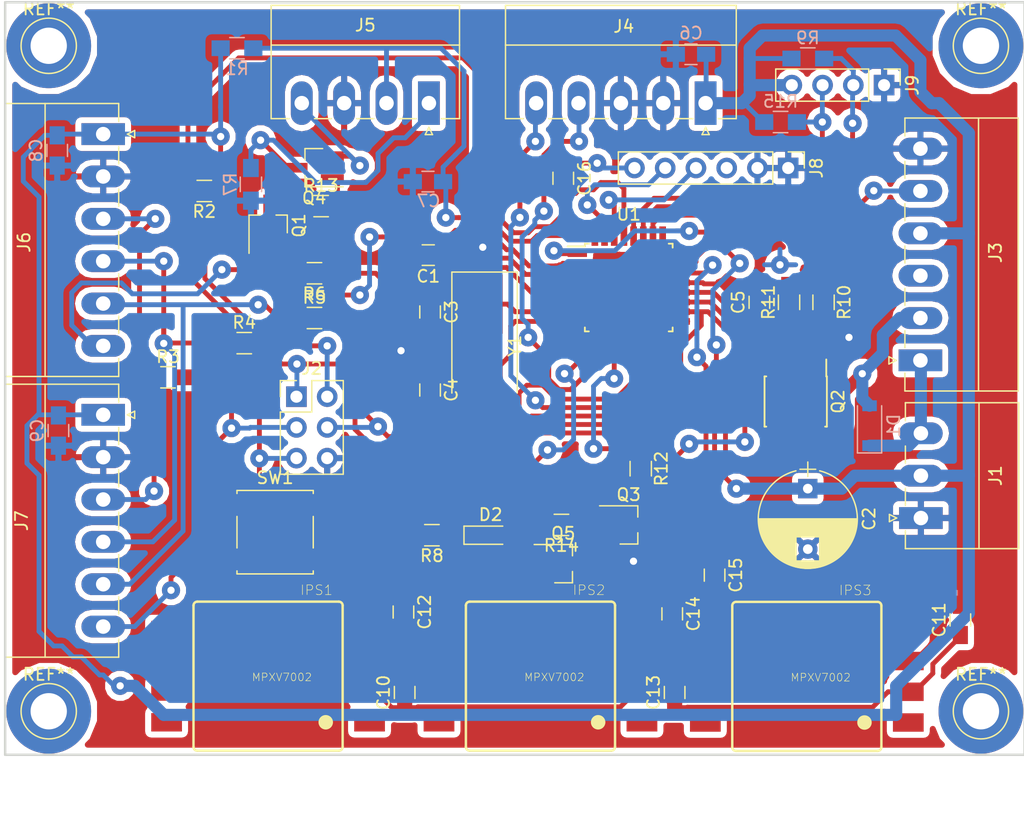
<source format=kicad_pcb>
(kicad_pcb (version 4) (host pcbnew 4.0.6)
  (layers (0 F.Cu signal) (31 B.Cu signal) (34 B.Paste user hide) (35 F.Paste user hide) (36 B.SilkS user hide) (37 F.SilkS user hide) (38 B.Mask user hide) (39 F.Mask user hide) (44 Edge.Cuts user hide))
  (net 0 "")
  (net 1 "Net-(C3-Pad1)")
  (net 2 "Net-(C4-Pad2)")
  (net 3 "Net-(C5-Pad1)")
  (net 4 "Net-(J2-Pad1)")
  (net 5 "Net-(J2-Pad3)")
  (net 6 "Net-(J2-Pad4)")
  (net 7 RESET)
  (net 8 LED1)
  (net 9 LED2)
  (net 10 SW)
  (net 11 TXD)
  (net 12 RXD)
  (net 13 "Net-(J5-Pad1)")
  (net 14 OCOUT)
  (net 15 SCK)
  (net 16 MISO)
  (net 17 MOSI)
  (net 18 SS1)
  (net 19 SS2)
  (net 20 "Net-(Q1-Pad1)")
  (net 21 PWM)
  (net 22 +5V)
  (net 23 GND)
  (net 24 +12V)
  (net 25 "Net-(D1-Pad2)")
  (net 26 VLED)
  (net 27 "Net-(J3-Pad3)")
  (net 28 "Net-(Q2-Pad4)")
  (net 29 IPS_A)
  (net 30 "Net-(Q3-Pad1)")
  (net 31 IPS_ON)
  (net 32 IPS_B)
  (net 33 IPS_C)
  (net 34 IPS_PWR)
  (net 35 "Net-(Q1-Pad3)")
  (net 36 "Net-(Q3-Pad3)")
  (net 37 "Net-(Q4-Pad1)")
  (net 38 "Net-(Q5-Pad1)")
  (net 39 "Net-(C16-Pad1)")
  (net 40 S_TX)
  (net 41 S_RX)
  (net 42 "Net-(J5-Pad4)")
  (net 43 "Net-(J8-Pad3)")
  (net 44 SDA)
  (net 45 SCL)
  (net 46 "Net-(U1-Pad12)")
  (net 47 "Net-(D2-Pad1)")
  (module Diodes_SMD:D_SOD-123 (layer B.Cu) (at 188.8 105.4 90)
    (fp_text reference D1 (at 0 2 90) (layer B.SilkS) (effects (justify mirror)))
    (fp_text value D)
    (pad 1 smd rect (at -1.65 0 90) (size 0.9 1.2) (layers B.Cu B.Paste B.Mask) (net 24 +12V))
    (pad 2 smd rect (at 1.65 0 90) (size 0.9 1.2) (layers B.Cu B.Paste B.Mask) (net 25 "Net-(D1-Pad2)"))
  )
  (module SOP8-1351:SOP8-1351 (layer F.Cu) (at 183.618 126.12 180)
    (fp_text reference IPS3 (at -4.0005 7.112 180) (layer F.SilkS) (effects (font (size 0.8 0.8) (thickness 0.05))))
    (fp_text value MPXV7002 (at -1.143 -0.0889 180) (layer F.SilkS) (effects (font (size 0.64 0.64) (thickness 0.05))))
    (pad 1 smd rect (at -8.382 -3.81 180) (size 2.54 1.524) (layers F.Cu F.Paste F.Mask))
    (pad 2 smd rect (at -8.382 -1.27 180) (size 2.54 1.524) (layers F.Cu F.Paste F.Mask) (net 34 IPS_PWR))
    (pad 3 smd rect (at -8.382 1.27 180) (size 2.54 1.524) (layers F.Cu F.Paste F.Mask) (net 23 GND))
    (pad 4 smd rect (at -8.382 3.81 180) (size 2.54 1.524) (layers F.Cu F.Paste F.Mask) (net 33 IPS_C))
    (pad 5 smd rect (at 8.382 3.81 180) (size 2.54 1.524) (layers F.Cu F.Paste F.Mask))
    (pad 6 smd rect (at 8.382 1.27 180) (size 2.54 1.524) (layers F.Cu F.Paste F.Mask))
    (pad 7 smd rect (at 8.382 -1.27 180) (size 2.54 1.524) (layers F.Cu F.Paste F.Mask))
    (pad 8 smd rect (at 8.382 -3.81 180) (size 2.54 1.524) (layers F.Cu F.Paste F.Mask))
  )
  (module Resistors_SMD:R_0805_HandSoldering (layer F.Cu) (at 133.85 86 180)
    (fp_text reference R2 (at 0 -1.7 180) (layer F.SilkS))
    (fp_text value 10k)
    (pad 1 smd rect (at -1.35 0 180) (size 1.5 1.3) (layers F.Cu F.Paste F.Mask) (net 22 +5V))
    (pad 2 smd rect (at 1.35 0 180) (size 1.5 1.3) (layers F.Cu F.Paste F.Mask) (net 7 RESET))
  )
  (module Connectors_Phoenix:PhoenixContact_MC-G_06x3.50mm_Angled (layer F.Cu) (at 125.5 81.3 270)
    (fp_text reference J6 (at 8.94 6.54 270) (layer F.SilkS))
    (fp_text value ANTURI1)
    (pad 1 thru_hole rect (at 0 0 270) (size 1.8 3.6) (drill 1.2) (layers *.Cu *.Mask) (net 22 +5V))
    (pad 2 thru_hole oval (at 3.5 0 270) (size 1.8 3.6) (drill 1.2) (layers *.Cu *.Mask) (net 23 GND))
    (pad 3 thru_hole oval (at 7 0 270) (size 1.8 3.6) (drill 1.2) (layers *.Cu *.Mask) (net 15 SCK))
    (pad 4 thru_hole oval (at 10.5 0 270) (size 1.8 3.6) (drill 1.2) (layers *.Cu *.Mask) (net 16 MISO))
    (pad 5 thru_hole oval (at 14 0 270) (size 1.8 3.6) (drill 1.2) (layers *.Cu *.Mask) (net 17 MOSI))
    (pad 6 thru_hole oval (at 17.5 0 270) (size 1.8 3.6) (drill 1.2) (layers *.Cu *.Mask) (net 18 SS1))
  )
  (module Connectors_Phoenix:PhoenixContact_MC-G_06x3.50mm_Angled (layer F.Cu) (at 125.5 104.5 270)
    (fp_text reference J7 (at 8.75 6.74 270) (layer F.SilkS))
    (fp_text value ANTURI2)
    (pad 1 thru_hole rect (at 0 0 270) (size 1.8 3.6) (drill 1.2) (layers *.Cu *.Mask) (net 22 +5V))
    (pad 2 thru_hole oval (at 3.5 0 270) (size 1.8 3.6) (drill 1.2) (layers *.Cu *.Mask) (net 23 GND))
    (pad 3 thru_hole oval (at 7 0 270) (size 1.8 3.6) (drill 1.2) (layers *.Cu *.Mask) (net 15 SCK))
    (pad 4 thru_hole oval (at 10.5 0 270) (size 1.8 3.6) (drill 1.2) (layers *.Cu *.Mask) (net 16 MISO))
    (pad 5 thru_hole oval (at 14 0 270) (size 1.8 3.6) (drill 1.2) (layers *.Cu *.Mask) (net 17 MOSI))
    (pad 6 thru_hole oval (at 17.5 0 270) (size 1.8 3.6) (drill 1.2) (layers *.Cu *.Mask) (net 19 SS2))
  )
  (module Connectors_Phoenix:PhoenixContact_MC-G_04x3.50mm_Angled (layer F.Cu) (at 152.4 78.74 180)
    (fp_text reference J5 (at 5.25 6.44 180) (layer F.SilkS))
    (fp_text value MOOTTORI)
    (pad 1 thru_hole rect (at 0 0 180) (size 1.8 3.6) (drill 1.2) (layers *.Cu *.Mask) (net 13 "Net-(J5-Pad1)"))
    (pad 2 thru_hole oval (at 3.5 0 180) (size 1.8 3.6) (drill 1.2) (layers *.Cu *.Mask) (net 14 OCOUT))
    (pad 3 thru_hole oval (at 7 0 180) (size 1.8 3.6) (drill 1.2) (layers *.Cu *.Mask) (net 23 GND))
    (pad 4 thru_hole oval (at 10.5 0 180) (size 1.8 3.6) (drill 1.2) (layers *.Cu *.Mask) (net 42 "Net-(J5-Pad4)"))
  )
  (module Connectors:1pin (layer F.Cu) (at 121 129)
    (fp_text reference REF** (at 0 -3.048) (layer F.SilkS))
    (fp_text value 1pin)
    (pad 1 thru_hole circle (at 0 0) (size 7 7) (drill 3) (layers *.Cu *.Mask))
  )
  (module Connectors:1pin (layer F.Cu) (at 198 129)
    (fp_text reference REF** (at 0 -3.048) (layer F.SilkS))
    (fp_text value 1pin)
    (pad 1 thru_hole circle (at 0 0) (size 7 7) (drill 3) (layers *.Cu *.Mask))
  )
  (module Connectors:1pin (layer F.Cu) (at 198 74)
    (fp_text reference REF** (at 0 -3.048) (layer F.SilkS))
    (fp_text value 1pin)
    (pad 1 thru_hole circle (at 0 0) (size 7 7) (drill 3) (layers *.Cu *.Mask))
  )
  (module Connectors:1pin (layer F.Cu) (at 121 74)
    (fp_text reference REF** (at 0 -3.048) (layer F.SilkS))
    (fp_text value 1pin)
    (pad 1 thru_hole circle (at 0 0) (size 7 7) (drill 3) (layers *.Cu *.Mask))
  )
  (module Capacitors_SMD:C_0805_HandSoldering (layer F.Cu) (at 152.35 91.3 180)
    (fp_text reference C1 (at 0 -1.75 180) (layer F.SilkS))
    (fp_text value 0.1uF)
    (pad 1 smd rect (at -1.25 0 180) (size 1.5 1.25) (layers F.Cu F.Paste F.Mask) (net 22 +5V))
    (pad 2 smd rect (at 1.25 0 180) (size 1.5 1.25) (layers F.Cu F.Paste F.Mask) (net 23 GND))
  )
  (module Capacitors_THT:CP_Radial_D8.0mm_P5.00mm (layer F.Cu) (at 183.7 110.6 270)
    (fp_text reference C2 (at 2.5 -5.06 270) (layer F.SilkS))
    (fp_text value 220uF)
    (pad 1 thru_hole rect (at 0 0 270) (size 1.6 1.6) (drill 0.8) (layers *.Cu *.Mask) (net 22 +5V))
    (pad 2 thru_hole circle (at 5 0 270) (size 1.6 1.6) (drill 0.8) (layers *.Cu *.Mask) (net 23 GND))
  )
  (module Capacitors_SMD:C_0805_HandSoldering (layer F.Cu) (at 152.5 96 270)
    (fp_text reference C3 (at 0 -1.75 270) (layer F.SilkS))
    (fp_text value 22pF)
    (pad 1 smd rect (at -1.25 0 270) (size 1.5 1.25) (layers F.Cu F.Paste F.Mask) (net 1 "Net-(C3-Pad1)"))
    (pad 2 smd rect (at 1.25 0 270) (size 1.5 1.25) (layers F.Cu F.Paste F.Mask) (net 23 GND))
  )
  (module Capacitors_SMD:C_0805_HandSoldering (layer F.Cu) (at 152.5 102.45 270)
    (fp_text reference C4 (at 0 -1.75 270) (layer F.SilkS))
    (fp_text value 22pF)
    (pad 1 smd rect (at -1.25 0 270) (size 1.5 1.25) (layers F.Cu F.Paste F.Mask) (net 23 GND))
    (pad 2 smd rect (at 1.25 0 270) (size 1.5 1.25) (layers F.Cu F.Paste F.Mask) (net 2 "Net-(C4-Pad2)"))
  )
  (module Capacitors_SMD:C_0805_HandSoldering (layer F.Cu) (at 179.7 95.2 90)
    (fp_text reference C5 (at 0 -1.75 90) (layer F.SilkS))
    (fp_text value 10nF)
    (pad 1 smd rect (at -1.25 0 90) (size 1.5 1.25) (layers F.Cu F.Paste F.Mask) (net 3 "Net-(C5-Pad1)"))
    (pad 2 smd rect (at 1.25 0 90) (size 1.5 1.25) (layers F.Cu F.Paste F.Mask) (net 23 GND))
  )
  (module Connectors_Phoenix:PhoenixContact_MC-G_03x3.50mm_Angled (layer F.Cu) (at 193.04 113.03 90)
    (fp_text reference J1 (at 3.5 6.16 90) (layer F.SilkS))
    (fp_text value VIRTA)
    (pad 1 thru_hole rect (at 0 0 90) (size 1.8 3.6) (drill 1.2) (layers *.Cu *.Mask) (net 23 GND))
    (pad 2 thru_hole oval (at 3.5 0 90) (size 1.8 3.6) (drill 1.2) (layers *.Cu *.Mask) (net 22 +5V))
    (pad 3 thru_hole oval (at 7 0 90) (size 1.8 3.6) (drill 1.2) (layers *.Cu *.Mask) (net 24 +12V))
  )
  (module Pin_Headers:Pin_Header_Straight_2x03_Pitch2.54mm (layer F.Cu) (at 141.46 103)
    (fp_text reference J2 (at 1.27 -2.33) (layer F.SilkS))
    (fp_text value ICSP)
    (pad 1 thru_hole rect (at 0 0) (size 1.7 1.7) (drill 1) (layers *.Cu *.Mask) (net 4 "Net-(J2-Pad1)"))
    (pad 2 thru_hole oval (at 2.54 0) (size 1.7 1.7) (drill 1) (layers *.Cu *.Mask) (net 22 +5V))
    (pad 3 thru_hole oval (at 0 2.54) (size 1.7 1.7) (drill 1) (layers *.Cu *.Mask) (net 5 "Net-(J2-Pad3)"))
    (pad 4 thru_hole oval (at 2.54 2.54) (size 1.7 1.7) (drill 1) (layers *.Cu *.Mask) (net 6 "Net-(J2-Pad4)"))
    (pad 5 thru_hole oval (at 0 5.08) (size 1.7 1.7) (drill 1) (layers *.Cu *.Mask) (net 7 RESET))
    (pad 6 thru_hole oval (at 2.54 5.08) (size 1.7 1.7) (drill 1) (layers *.Cu *.Mask) (net 23 GND))
  )
  (module Connectors_Phoenix:PhoenixContact_MC-G_05x3.50mm_Angled (layer F.Cu) (at 175.26 78.74 180)
    (fp_text reference J4 (at 6.76 6.34 180) (layer F.SilkS))
    (fp_text value GSM)
    (pad 1 thru_hole rect (at 0 0 180) (size 1.8 3.6) (drill 1.2) (layers *.Cu *.Mask) (net 22 +5V))
    (pad 2 thru_hole oval (at 3.5 0 180) (size 1.8 3.6) (drill 1.2) (layers *.Cu *.Mask) (net 23 GND))
    (pad 3 thru_hole oval (at 7 0 180) (size 1.8 3.6) (drill 1.2) (layers *.Cu *.Mask) (net 23 GND))
    (pad 4 thru_hole oval (at 10.5 0 180) (size 1.8 3.6) (drill 1.2) (layers *.Cu *.Mask) (net 40 S_TX))
    (pad 5 thru_hole oval (at 14 0 180) (size 1.8 3.6) (drill 1.2) (layers *.Cu *.Mask) (net 41 S_RX))
  )
  (module TO_SOT_Packages_SMD:SOT-23_Handsoldering (layer F.Cu) (at 139.125 88.75 90)
    (fp_text reference Q1 (at -0.1 2.55 90) (layer F.SilkS))
    (fp_text value BC818-40)
    (pad 1 smd rect (at -1.5 -0.95 90) (size 1.9 0.8) (layers F.Cu F.Paste F.Mask) (net 20 "Net-(Q1-Pad1)"))
    (pad 2 smd rect (at -1.5 0.95 90) (size 1.9 0.8) (layers F.Cu F.Paste F.Mask) (net 23 GND))
    (pad 3 smd rect (at 1.5 0 90) (size 1.9 0.8) (layers F.Cu F.Paste F.Mask) (net 35 "Net-(Q1-Pad3)"))
  )
  (module Resistors_SMD:R_0805_HandSoldering (layer B.Cu) (at 136.55 74.2)
    (fp_text reference R1 (at 0 1.7) (layer B.SilkS) (effects (justify mirror)))
    (fp_text value 10k)
    (pad 1 smd rect (at -1.35 0) (size 1.5 1.3) (layers B.Cu B.Paste B.Mask) (net 22 +5V))
    (pad 2 smd rect (at 1.35 0) (size 1.5 1.3) (layers B.Cu B.Paste B.Mask) (net 14 OCOUT))
  )
  (module Resistors_SMD:R_0805_HandSoldering (layer F.Cu) (at 142.95 92.8 180)
    (fp_text reference R6 (at 0 -1.7 180) (layer F.SilkS))
    (fp_text value 10k)
    (pad 1 smd rect (at -1.35 0 180) (size 1.5 1.3) (layers F.Cu F.Paste F.Mask) (net 21 PWM))
    (pad 2 smd rect (at 1.35 0 180) (size 1.5 1.3) (layers F.Cu F.Paste F.Mask) (net 20 "Net-(Q1-Pad1)"))
  )
  (module Resistors_SMD:R_0805_HandSoldering (layer B.Cu) (at 137.7 85.45 270)
    (fp_text reference R7 (at 0 1.7 270) (layer B.SilkS) (effects (justify mirror)))
    (fp_text value 10k)
    (pad 1 smd rect (at -1.35 0 270) (size 1.5 1.3) (layers B.Cu B.Paste B.Mask) (net 13 "Net-(J5-Pad1)"))
    (pad 2 smd rect (at 1.35 0 270) (size 1.5 1.3) (layers B.Cu B.Paste B.Mask) (net 23 GND))
  )
  (module Housings_QFP:TQFP-32_7x7mm_Pitch0.8mm (layer F.Cu) (at 168.91 93.98)
    (fp_text reference U1 (at 0 -6.05) (layer F.SilkS))
    (fp_text value ATMEGA328P-AU)
    (pad 1 smd rect (at -4.25 -2.8) (size 1.6 0.55) (layers F.Cu F.Paste F.Mask) (net 26 VLED))
    (pad 2 smd rect (at -4.25 -2) (size 1.6 0.55) (layers F.Cu F.Paste F.Mask) (net 18 SS1))
    (pad 3 smd rect (at -4.25 -1.2) (size 1.6 0.55) (layers F.Cu F.Paste F.Mask) (net 23 GND))
    (pad 4 smd rect (at -4.25 -0.4) (size 1.6 0.55) (layers F.Cu F.Paste F.Mask) (net 22 +5V))
    (pad 5 smd rect (at -4.25 0.4) (size 1.6 0.55) (layers F.Cu F.Paste F.Mask) (net 23 GND))
    (pad 6 smd rect (at -4.25 1.2) (size 1.6 0.55) (layers F.Cu F.Paste F.Mask) (net 22 +5V))
    (pad 7 smd rect (at -4.25 2) (size 1.6 0.55) (layers F.Cu F.Paste F.Mask) (net 1 "Net-(C3-Pad1)"))
    (pad 8 smd rect (at -4.25 2.8) (size 1.6 0.55) (layers F.Cu F.Paste F.Mask) (net 2 "Net-(C4-Pad2)"))
    (pad 9 smd rect (at -2.8 4.25 90) (size 1.6 0.55) (layers F.Cu F.Paste F.Mask) (net 19 SS2))
    (pad 10 smd rect (at -2 4.25 90) (size 1.6 0.55) (layers F.Cu F.Paste F.Mask) (net 40 S_TX))
    (pad 11 smd rect (at -1.2 4.25 90) (size 1.6 0.55) (layers F.Cu F.Paste F.Mask) (net 31 IPS_ON))
    (pad 12 smd rect (at -0.4 4.25 90) (size 1.6 0.55) (layers F.Cu F.Paste F.Mask) (net 46 "Net-(U1-Pad12)"))
    (pad 13 smd rect (at 0.4 4.25 90) (size 1.6 0.55) (layers F.Cu F.Paste F.Mask) (net 21 PWM))
    (pad 14 smd rect (at 1.2 4.25 90) (size 1.6 0.55) (layers F.Cu F.Paste F.Mask) (net 41 S_RX))
    (pad 15 smd rect (at 2 4.25 90) (size 1.6 0.55) (layers F.Cu F.Paste F.Mask) (net 6 "Net-(J2-Pad4)"))
    (pad 16 smd rect (at 2.8 4.25 90) (size 1.6 0.55) (layers F.Cu F.Paste F.Mask) (net 4 "Net-(J2-Pad1)"))
    (pad 17 smd rect (at 4.25 2.8) (size 1.6 0.55) (layers F.Cu F.Paste F.Mask) (net 5 "Net-(J2-Pad3)"))
    (pad 18 smd rect (at 4.25 2) (size 1.6 0.55) (layers F.Cu F.Paste F.Mask) (net 22 +5V))
    (pad 19 smd rect (at 4.25 1.2) (size 1.6 0.55) (layers F.Cu F.Paste F.Mask) (net 29 IPS_A))
    (pad 20 smd rect (at 4.25 0.4) (size 1.6 0.55) (layers F.Cu F.Paste F.Mask) (net 3 "Net-(C5-Pad1)"))
    (pad 21 smd rect (at 4.25 -0.4) (size 1.6 0.55) (layers F.Cu F.Paste F.Mask) (net 23 GND))
    (pad 22 smd rect (at 4.25 -1.2) (size 1.6 0.55) (layers F.Cu F.Paste F.Mask) (net 32 IPS_B))
    (pad 23 smd rect (at 4.25 -2) (size 1.6 0.55) (layers F.Cu F.Paste F.Mask) (net 33 IPS_C))
    (pad 24 smd rect (at 4.25 -2.8) (size 1.6 0.55) (layers F.Cu F.Paste F.Mask) (net 8 LED1))
    (pad 25 smd rect (at 2.8 -4.25 90) (size 1.6 0.55) (layers F.Cu F.Paste F.Mask) (net 9 LED2))
    (pad 26 smd rect (at 2 -4.25 90) (size 1.6 0.55) (layers F.Cu F.Paste F.Mask) (net 10 SW))
    (pad 27 smd rect (at 1.2 -4.25 90) (size 1.6 0.55) (layers F.Cu F.Paste F.Mask) (net 44 SDA))
    (pad 28 smd rect (at 0.4 -4.25 90) (size 1.6 0.55) (layers F.Cu F.Paste F.Mask) (net 45 SCL))
    (pad 29 smd rect (at -0.4 -4.25 90) (size 1.6 0.55) (layers F.Cu F.Paste F.Mask) (net 7 RESET))
    (pad 30 smd rect (at -1.2 -4.25 90) (size 1.6 0.55) (layers F.Cu F.Paste F.Mask) (net 12 RXD))
    (pad 31 smd rect (at -2 -4.25 90) (size 1.6 0.55) (layers F.Cu F.Paste F.Mask) (net 11 TXD))
    (pad 32 smd rect (at -2.8 -4.25 90) (size 1.6 0.55) (layers F.Cu F.Paste F.Mask) (net 14 OCOUT))
  )
  (module Crystals:Crystal_SMD_7050-2pin_7.0x5.0mm_HandSoldering (layer F.Cu) (at 157 99 270)
    (fp_text reference Y1 (at -0.2 -2.5 270) (layer F.SilkS))
    (fp_text value 16MHz)
    (pad 1 smd rect (at -3.65 0 270) (size 4.9 3) (layers F.Cu F.Paste F.Mask) (net 1 "Net-(C3-Pad1)"))
    (pad 2 smd rect (at 3.65 0 270) (size 4.9 3) (layers F.Cu F.Paste F.Mask) (net 2 "Net-(C4-Pad2)"))
  )
  (module Capacitors_SMD:C_0805_HandSoldering (layer B.Cu) (at 174.05 74.7 180)
    (fp_text reference C6 (at 0 1.75 180) (layer B.SilkS) (effects (justify mirror)))
    (fp_text value 0.1uF)
    (pad 1 smd rect (at -1.25 0 180) (size 1.5 1.25) (layers B.Cu B.Paste B.Mask) (net 22 +5V))
    (pad 2 smd rect (at 1.25 0 180) (size 1.5 1.25) (layers B.Cu B.Paste B.Mask) (net 23 GND))
  )
  (module Resistors_SMD:R_0805_HandSoldering (layer F.Cu) (at 185 95.2 270)
    (fp_text reference R10 (at 0 -1.7 270) (layer F.SilkS))
    (fp_text value 560R)
    (pad 1 smd rect (at -1.35 0 270) (size 1.5 1.3) (layers F.Cu F.Paste F.Mask) (net 26 VLED))
    (pad 2 smd rect (at 1.35 0 270) (size 1.5 1.3) (layers F.Cu F.Paste F.Mask) (net 28 "Net-(Q2-Pad4)"))
  )
  (module Resistors_SMD:R_0805_HandSoldering (layer F.Cu) (at 182.15 95.2 90)
    (fp_text reference R11 (at 0 -1.7 90) (layer F.SilkS))
    (fp_text value 10k)
    (pad 1 smd rect (at -1.35 0 90) (size 1.5 1.3) (layers F.Cu F.Paste F.Mask) (net 28 "Net-(Q2-Pad4)"))
    (pad 2 smd rect (at 1.35 0 90) (size 1.5 1.3) (layers F.Cu F.Paste F.Mask) (net 23 GND))
  )
  (module Connectors_Phoenix:PhoenixContact_MC-G_06x3.50mm_Angled (layer F.Cu) (at 193 100 90)
    (fp_text reference J3 (at 8.9 6.2 90) (layer F.SilkS))
    (fp_text value I/O)
    (pad 1 thru_hole rect (at 0 0 90) (size 1.8 3.6) (drill 1.2) (layers *.Cu *.Mask) (net 24 +12V))
    (pad 2 thru_hole oval (at 3.5 0 90) (size 1.8 3.6) (drill 1.2) (layers *.Cu *.Mask) (net 25 "Net-(D1-Pad2)"))
    (pad 3 thru_hole oval (at 7 0 90) (size 1.8 3.6) (drill 1.2) (layers *.Cu *.Mask) (net 27 "Net-(J3-Pad3)"))
    (pad 4 thru_hole oval (at 10.5 0 90) (size 1.8 3.6) (drill 1.2) (layers *.Cu *.Mask) (net 22 +5V))
    (pad 5 thru_hole oval (at 14 0 90) (size 1.8 3.6) (drill 1.2) (layers *.Cu *.Mask) (net 10 SW))
    (pad 6 thru_hole oval (at 17.5 0 90) (size 1.8 3.6) (drill 1.2) (layers *.Cu *.Mask) (net 23 GND))
  )
  (module Housings_SOIC:SOIC-8_3.9x4.9mm_Pitch1.27mm (layer F.Cu) (at 182.7 103.4 270)
    (fp_text reference Q2 (at 0 -3.5 270) (layer F.SilkS))
    (fp_text value STS6NF20V)
    (pad 1 smd rect (at -2.7 -1.905 270) (size 1.55 0.6) (layers F.Cu F.Paste F.Mask) (net 23 GND))
    (pad 2 smd rect (at -2.7 -0.635 270) (size 1.55 0.6) (layers F.Cu F.Paste F.Mask) (net 23 GND))
    (pad 3 smd rect (at -2.7 0.635 270) (size 1.55 0.6) (layers F.Cu F.Paste F.Mask) (net 23 GND))
    (pad 4 smd rect (at -2.7 1.905 270) (size 1.55 0.6) (layers F.Cu F.Paste F.Mask) (net 28 "Net-(Q2-Pad4)"))
    (pad 5 smd rect (at 2.7 1.905 270) (size 1.55 0.6) (layers F.Cu F.Paste F.Mask) (net 25 "Net-(D1-Pad2)"))
    (pad 6 smd rect (at 2.7 0.635 270) (size 1.55 0.6) (layers F.Cu F.Paste F.Mask) (net 25 "Net-(D1-Pad2)"))
    (pad 7 smd rect (at 2.7 -0.635 270) (size 1.55 0.6) (layers F.Cu F.Paste F.Mask) (net 25 "Net-(D1-Pad2)"))
    (pad 8 smd rect (at 2.7 -1.905 270) (size 1.55 0.6) (layers F.Cu F.Paste F.Mask) (net 25 "Net-(D1-Pad2)"))
  )
  (module Capacitors_SMD:C_0805_HandSoldering (layer B.Cu) (at 152.325 85.225 180)
    (fp_text reference C7 (at -0.05 -1.6 180) (layer B.SilkS) (effects (justify mirror)))
    (fp_text value 0.1uF)
    (pad 1 smd rect (at -1.25 0 180) (size 1.5 1.25) (layers B.Cu B.Paste B.Mask) (net 14 OCOUT))
    (pad 2 smd rect (at 1.25 0 180) (size 1.5 1.25) (layers B.Cu B.Paste B.Mask) (net 23 GND))
  )
  (module Capacitors_SMD:C_0805_HandSoldering (layer B.Cu) (at 121.7 82.65 270)
    (fp_text reference C8 (at 0 1.75 270) (layer B.SilkS) (effects (justify mirror)))
    (fp_text value 0.1uF)
    (pad 1 smd rect (at -1.25 0 270) (size 1.5 1.25) (layers B.Cu B.Paste B.Mask) (net 22 +5V))
    (pad 2 smd rect (at 1.25 0 270) (size 1.5 1.25) (layers B.Cu B.Paste B.Mask) (net 23 GND))
  )
  (module Capacitors_SMD:C_0805_HandSoldering (layer B.Cu) (at 121.8 105.8 270)
    (fp_text reference C9 (at 0 1.75 270) (layer B.SilkS) (effects (justify mirror)))
    (fp_text value 0.1uF)
    (pad 1 smd rect (at -1.25 0 270) (size 1.5 1.25) (layers B.Cu B.Paste B.Mask) (net 22 +5V))
    (pad 2 smd rect (at 1.25 0 270) (size 1.5 1.25) (layers B.Cu B.Paste B.Mask) (net 23 GND))
  )
  (module Capacitors_SMD:C_0805_HandSoldering (layer F.Cu) (at 150.4 127.45 90)
    (fp_text reference C10 (at 0 -1.75 90) (layer F.SilkS))
    (fp_text value 0.1uF)
    (pad 1 smd rect (at -1.25 0 90) (size 1.5 1.25) (layers F.Cu F.Paste F.Mask) (net 34 IPS_PWR))
    (pad 2 smd rect (at 1.25 0 90) (size 1.5 1.25) (layers F.Cu F.Paste F.Mask) (net 23 GND))
  )
  (module Capacitors_SMD:C_0805_HandSoldering (layer F.Cu) (at 196.3 121.45 90)
    (fp_text reference C11 (at 0 -1.75 90) (layer F.SilkS))
    (fp_text value 0.1uF)
    (pad 1 smd rect (at -1.25 0 90) (size 1.5 1.25) (layers F.Cu F.Paste F.Mask) (net 34 IPS_PWR))
    (pad 2 smd rect (at 1.25 0 90) (size 1.5 1.25) (layers F.Cu F.Paste F.Mask) (net 23 GND))
  )
  (module Capacitors_SMD:C_0805_HandSoldering (layer F.Cu) (at 150.3 120.8 270)
    (fp_text reference C12 (at 0 -1.75 270) (layer F.SilkS))
    (fp_text value 470pF)
    (pad 1 smd rect (at -1.25 0 270) (size 1.5 1.25) (layers F.Cu F.Paste F.Mask) (net 29 IPS_A))
    (pad 2 smd rect (at 1.25 0 270) (size 1.5 1.25) (layers F.Cu F.Paste F.Mask) (net 23 GND))
  )
  (module Capacitors_SMD:C_0805_HandSoldering (layer F.Cu) (at 172.7 127.45 90)
    (fp_text reference C13 (at 0 -1.75 90) (layer F.SilkS))
    (fp_text value 0.1uF)
    (pad 1 smd rect (at -1.25 0 90) (size 1.5 1.25) (layers F.Cu F.Paste F.Mask) (net 34 IPS_PWR))
    (pad 2 smd rect (at 1.25 0 90) (size 1.5 1.25) (layers F.Cu F.Paste F.Mask) (net 23 GND))
  )
  (module SOP8-1351:SOP8-1351 (layer F.Cu) (at 139.118 126.1 180)
    (fp_text reference IPS1 (at -4.0005 7.112 180) (layer F.SilkS) (effects (font (size 0.8 0.8) (thickness 0.05))))
    (fp_text value MPXV7002 (at -1.143 -0.0889 180) (layer F.SilkS) (effects (font (size 0.64 0.64) (thickness 0.05))))
    (pad 1 smd rect (at -8.382 -3.81 180) (size 2.54 1.524) (layers F.Cu F.Paste F.Mask))
    (pad 2 smd rect (at -8.382 -1.27 180) (size 2.54 1.524) (layers F.Cu F.Paste F.Mask) (net 34 IPS_PWR))
    (pad 3 smd rect (at -8.382 1.27 180) (size 2.54 1.524) (layers F.Cu F.Paste F.Mask) (net 23 GND))
    (pad 4 smd rect (at -8.382 3.81 180) (size 2.54 1.524) (layers F.Cu F.Paste F.Mask) (net 29 IPS_A))
    (pad 5 smd rect (at 8.382 3.81 180) (size 2.54 1.524) (layers F.Cu F.Paste F.Mask))
    (pad 6 smd rect (at 8.382 1.27 180) (size 2.54 1.524) (layers F.Cu F.Paste F.Mask))
    (pad 7 smd rect (at 8.382 -1.27 180) (size 2.54 1.524) (layers F.Cu F.Paste F.Mask))
    (pad 8 smd rect (at 8.382 -3.81 180) (size 2.54 1.524) (layers F.Cu F.Paste F.Mask))
  )
  (module Resistors_SMD:R_0805_HandSoldering (layer F.Cu) (at 169.9 108.95 270)
    (fp_text reference R12 (at 0 -1.7 270) (layer F.SilkS))
    (fp_text value 10k)
    (pad 1 smd rect (at -1.35 0 270) (size 1.5 1.3) (layers F.Cu F.Paste F.Mask) (net 31 IPS_ON))
    (pad 2 smd rect (at 1.35 0 270) (size 1.5 1.3) (layers F.Cu F.Paste F.Mask) (net 30 "Net-(Q3-Pad1)"))
  )
  (module Capacitors_SMD:C_0805_HandSoldering (layer F.Cu) (at 172.5 120.95 270)
    (fp_text reference C14 (at 0 -1.75 270) (layer F.SilkS))
    (fp_text value 470pF)
    (pad 1 smd rect (at -1.25 0 270) (size 1.5 1.25) (layers F.Cu F.Paste F.Mask) (net 32 IPS_B))
    (pad 2 smd rect (at 1.25 0 270) (size 1.5 1.25) (layers F.Cu F.Paste F.Mask) (net 23 GND))
  )
  (module Capacitors_SMD:C_0805_HandSoldering (layer F.Cu) (at 176 117.75 270)
    (fp_text reference C15 (at 0 -1.75 270) (layer F.SilkS))
    (fp_text value 470pF)
    (pad 1 smd rect (at -1.25 0 270) (size 1.5 1.25) (layers F.Cu F.Paste F.Mask) (net 33 IPS_C))
    (pad 2 smd rect (at 1.25 0 270) (size 1.5 1.25) (layers F.Cu F.Paste F.Mask) (net 23 GND))
  )
  (module SOP8-1351:SOP8-1351 (layer F.Cu) (at 161.618 126.1 180)
    (fp_text reference IPS2 (at -4.0005 7.112 180) (layer F.SilkS) (effects (font (size 0.8 0.8) (thickness 0.05))))
    (fp_text value MPXV7002 (at -1.143 -0.0889 180) (layer F.SilkS) (effects (font (size 0.64 0.64) (thickness 0.05))))
    (pad 1 smd rect (at -8.382 -3.81 180) (size 2.54 1.524) (layers F.Cu F.Paste F.Mask))
    (pad 2 smd rect (at -8.382 -1.27 180) (size 2.54 1.524) (layers F.Cu F.Paste F.Mask) (net 34 IPS_PWR))
    (pad 3 smd rect (at -8.382 1.27 180) (size 2.54 1.524) (layers F.Cu F.Paste F.Mask) (net 23 GND))
    (pad 4 smd rect (at -8.382 3.81 180) (size 2.54 1.524) (layers F.Cu F.Paste F.Mask) (net 32 IPS_B))
    (pad 5 smd rect (at 8.382 3.81 180) (size 2.54 1.524) (layers F.Cu F.Paste F.Mask))
    (pad 6 smd rect (at 8.382 1.27 180) (size 2.54 1.524) (layers F.Cu F.Paste F.Mask))
    (pad 7 smd rect (at 8.382 -1.27 180) (size 2.54 1.524) (layers F.Cu F.Paste F.Mask))
    (pad 8 smd rect (at 8.382 -3.81 180) (size 2.54 1.524) (layers F.Cu F.Paste F.Mask))
  )
  (module TO_SOT_Packages_SMD:SOT-23_Handsoldering (layer F.Cu) (at 168.9 113.6)
    (fp_text reference Q3 (at 0 -2.5) (layer F.SilkS))
    (fp_text value BC818-40)
    (pad 1 smd rect (at -1.5 -0.95) (size 1.9 0.8) (layers F.Cu F.Paste F.Mask) (net 30 "Net-(Q3-Pad1)"))
    (pad 2 smd rect (at -1.5 0.95) (size 1.9 0.8) (layers F.Cu F.Paste F.Mask) (net 23 GND))
    (pad 3 smd rect (at 1.5 0) (size 1.9 0.8) (layers F.Cu F.Paste F.Mask) (net 36 "Net-(Q3-Pad3)"))
  )
  (module TO_SOT_Packages_SMD:SOT-23_Handsoldering (layer F.Cu) (at 142.925 84.075 180)
    (fp_text reference Q4 (at 0 -2.5 180) (layer F.SilkS))
    (fp_text value BC578)
    (pad 1 smd rect (at -1.5 -0.95 180) (size 1.9 0.8) (layers F.Cu F.Paste F.Mask) (net 37 "Net-(Q4-Pad1)"))
    (pad 2 smd rect (at -1.5 0.95 180) (size 1.9 0.8) (layers F.Cu F.Paste F.Mask) (net 42 "Net-(J5-Pad4)"))
    (pad 3 smd rect (at 1.5 0 180) (size 1.9 0.8) (layers F.Cu F.Paste F.Mask) (net 13 "Net-(J5-Pad1)"))
  )
  (module TO_SOT_Packages_SMD:SOT-23_Handsoldering (layer F.Cu) (at 163.5 116.8)
    (fp_text reference Q5 (at 0 -2.5) (layer F.SilkS))
    (fp_text value BC578)
    (pad 1 smd rect (at -1.5 -0.95) (size 1.9 0.8) (layers F.Cu F.Paste F.Mask) (net 38 "Net-(Q5-Pad1)"))
    (pad 2 smd rect (at -1.5 0.95) (size 1.9 0.8) (layers F.Cu F.Paste F.Mask) (net 22 +5V))
    (pad 3 smd rect (at 1.5 0) (size 1.9 0.8) (layers F.Cu F.Paste F.Mask) (net 34 IPS_PWR))
  )
  (module Resistors_SMD:R_0805_HandSoldering (layer F.Cu) (at 130.85 101.4)
    (fp_text reference R3 (at 0 -1.7) (layer F.SilkS))
    (fp_text value 560R)
    (pad 1 smd rect (at -1.35 0) (size 1.5 1.3) (layers F.Cu F.Paste F.Mask) (net 15 SCK))
    (pad 2 smd rect (at 1.35 0) (size 1.5 1.3) (layers F.Cu F.Paste F.Mask) (net 5 "Net-(J2-Pad3)"))
  )
  (module Resistors_SMD:R_0805_HandSoldering (layer F.Cu) (at 137.15 98.575)
    (fp_text reference R4 (at 0 -1.7) (layer F.SilkS))
    (fp_text value 560R)
    (pad 1 smd rect (at -1.35 0) (size 1.5 1.3) (layers F.Cu F.Paste F.Mask) (net 16 MISO))
    (pad 2 smd rect (at 1.35 0) (size 1.5 1.3) (layers F.Cu F.Paste F.Mask) (net 4 "Net-(J2-Pad1)"))
  )
  (module Resistors_SMD:R_0805_HandSoldering (layer F.Cu) (at 142.95 96.5)
    (fp_text reference R5 (at 0 -1.7) (layer F.SilkS))
    (fp_text value 560R)
    (pad 1 smd rect (at -1.35 0) (size 1.5 1.3) (layers F.Cu F.Paste F.Mask) (net 17 MOSI))
    (pad 2 smd rect (at 1.35 0) (size 1.5 1.3) (layers F.Cu F.Paste F.Mask) (net 6 "Net-(J2-Pad4)"))
  )
  (module Resistors_SMD:R_0805_HandSoldering (layer F.Cu) (at 143.5 87.25)
    (fp_text reference R13 (at 0 -1.7) (layer F.SilkS))
    (fp_text value 10k)
    (pad 1 smd rect (at -1.35 0) (size 1.5 1.3) (layers F.Cu F.Paste F.Mask) (net 35 "Net-(Q1-Pad3)"))
    (pad 2 smd rect (at 1.35 0) (size 1.5 1.3) (layers F.Cu F.Paste F.Mask) (net 37 "Net-(Q4-Pad1)"))
  )
  (module Resistors_SMD:R_0805_HandSoldering (layer F.Cu) (at 163.35 113.6 180)
    (fp_text reference R14 (at 0 -1.7 180) (layer F.SilkS))
    (fp_text value 10k)
    (pad 1 smd rect (at -1.35 0 180) (size 1.5 1.3) (layers F.Cu F.Paste F.Mask) (net 36 "Net-(Q3-Pad3)"))
    (pad 2 smd rect (at 1.35 0 180) (size 1.5 1.3) (layers F.Cu F.Paste F.Mask) (net 38 "Net-(Q5-Pad1)"))
  )
  (module Capacitors_SMD:C_0805_HandSoldering (layer F.Cu) (at 163.5 84.95 270)
    (fp_text reference C16 (at 0 -1.75 270) (layer F.SilkS))
    (fp_text value 0.1uF)
    (pad 1 smd rect (at -1.25 0 270) (size 1.5 1.25) (layers F.Cu F.Paste F.Mask) (net 39 "Net-(C16-Pad1)"))
    (pad 2 smd rect (at 1.25 0 270) (size 1.5 1.25) (layers F.Cu F.Paste F.Mask) (net 7 RESET))
  )
  (module Pin_Headers:Pin_Header_Straight_1x06_Pitch2.54mm (layer F.Cu) (at 182.08 84.1 270)
    (fp_text reference J8 (at 0 -2.33 270) (layer F.SilkS))
    (fp_text value CONN_01X06)
    (pad 1 thru_hole rect (at 0 0 270) (size 1.7 1.7) (drill 1) (layers *.Cu *.Mask) (net 23 GND))
    (pad 2 thru_hole oval (at 0 2.54 270) (size 1.7 1.7) (drill 1) (layers *.Cu *.Mask) (net 23 GND))
    (pad 3 thru_hole oval (at 0 5.08 270) (size 1.7 1.7) (drill 1) (layers *.Cu *.Mask) (net 43 "Net-(J8-Pad3)"))
    (pad 4 thru_hole oval (at 0 7.62 270) (size 1.7 1.7) (drill 1) (layers *.Cu *.Mask) (net 12 RXD))
    (pad 5 thru_hole oval (at 0 10.16 270) (size 1.7 1.7) (drill 1) (layers *.Cu *.Mask) (net 11 TXD))
    (pad 6 thru_hole oval (at 0 12.7 270) (size 1.7 1.7) (drill 1) (layers *.Cu *.Mask) (net 39 "Net-(C16-Pad1)"))
  )
  (module Buttons_Switches_SMD:SW_SPST_B3S-1000 (layer F.Cu) (at 139.7 114.2)
    (fp_text reference SW1 (at 0 -4.5) (layer F.SilkS))
    (fp_text value SW_Push)
    (pad 1 smd rect (at -3.975 -2.25) (size 1.55 1.3) (layers F.Cu F.Paste F.Mask) (net 7 RESET))
    (pad 1 smd rect (at 3.975 -2.25) (size 1.55 1.3) (layers F.Cu F.Paste F.Mask) (net 7 RESET))
    (pad 2 smd rect (at -3.975 2.25) (size 1.55 1.3) (layers F.Cu F.Paste F.Mask) (net 23 GND))
    (pad 2 smd rect (at 3.975 2.25) (size 1.55 1.3) (layers F.Cu F.Paste F.Mask) (net 23 GND))
  )
  (module Pin_Headers:Pin_Header_Straight_1x04_Pitch2.54mm (layer F.Cu) (at 190 77.25 270)
    (fp_text reference J9 (at 0 -2.33 270) (layer F.SilkS))
    (fp_text value CONN_01X04)
    (pad 1 thru_hole rect (at 0 0 270) (size 1.7 1.7) (drill 1) (layers *.Cu *.Mask) (net 23 GND))
    (pad 2 thru_hole oval (at 0 2.54 270) (size 1.7 1.7) (drill 1) (layers *.Cu *.Mask) (net 44 SDA))
    (pad 3 thru_hole oval (at 0 5.08 270) (size 1.7 1.7) (drill 1) (layers *.Cu *.Mask) (net 45 SCL))
    (pad 4 thru_hole oval (at 0 7.62 270) (size 1.7 1.7) (drill 1) (layers *.Cu *.Mask) (net 22 +5V))
  )
  (module LEDs:LED_0805_HandSoldering (layer F.Cu) (at 157.5 114.45)
    (fp_text reference D2 (at 0 -1.7) (layer F.SilkS))
    (fp_text value LED)
    (pad 1 smd rect (at -1.35 0) (size 1.5 1.3) (layers F.Cu F.Paste F.Mask) (net 47 "Net-(D2-Pad1)"))
    (pad 2 smd rect (at 1.35 0) (size 1.5 1.3) (layers F.Cu F.Paste F.Mask) (net 22 +5V))
  )
  (module Resistors_SMD:R_0805_HandSoldering (layer F.Cu) (at 152.65 114.45 180)
    (fp_text reference R8 (at 0 -1.7 180) (layer F.SilkS))
    (fp_text value 1k)
    (pad 1 smd rect (at -1.35 0 180) (size 1.5 1.3) (layers F.Cu F.Paste F.Mask) (net 47 "Net-(D2-Pad1)"))
    (pad 2 smd rect (at 1.35 0 180) (size 1.5 1.3) (layers F.Cu F.Paste F.Mask) (net 23 GND))
  )
  (module Resistors_SMD:R_0805_HandSoldering (layer B.Cu) (at 183.7 75.05 180)
    (fp_text reference R9 (at 0 1.7 180) (layer B.SilkS) (effects (justify mirror)))
    (fp_text value 4k7)
    (pad 1 smd rect (at -1.35 0 180) (size 1.5 1.3) (layers B.Cu B.Paste B.Mask) (net 44 SDA))
    (pad 2 smd rect (at 1.35 0 180) (size 1.5 1.3) (layers B.Cu B.Paste B.Mask) (net 22 +5V))
  )
  (module Resistors_SMD:R_0805_HandSoldering (layer B.Cu) (at 181.45 80.3 180)
    (fp_text reference R15 (at 0 1.7 180) (layer B.SilkS) (effects (justify mirror)))
    (fp_text value 4k7)
    (pad 1 smd rect (at -1.35 0 180) (size 1.5 1.3) (layers B.Cu B.Paste B.Mask) (net 45 SCL))
    (pad 2 smd rect (at 1.35 0 180) (size 1.5 1.3) (layers B.Cu B.Paste B.Mask) (net 22 +5V))
  )
  (gr_line (start 117.4 132.6) (end 201.6 132.6) (angle 90) (layer Edge.Cuts) (width 0.2))
  (gr_line (start 117.4 70.4) (end 117.4 132.6) (angle 90) (layer Edge.Cuts) (width 0.2))
  (gr_line (start 201.6 70.4) (end 117.4 70.4) (angle 90) (layer Edge.Cuts) (width 0.2))
  (gr_line (start 201.6 132.6) (end 201.6 70.4) (angle 90) (layer Edge.Cuts) (width 0.2))
  (segment (start 181.4 92.1) (end 182.46066 92.1) (width 0.4) (layer F.Cu) (net 0))
  (segment (start 181.4 92.1) (end 182.7 92.1) (width 0.4) (layer B.Cu) (net 0))
  (segment (start 181.4 92.1) (end 181.4 90.827208) (width 0.4) (layer B.Cu) (net 0))
  (segment (start 181.4 92.1) (end 180.127208 92.1) (width 0.4) (layer B.Cu) (net 0))
  (segment (start 181 92.1) (end 181.4 92.1) (width 0.4) (layer F.Cu) (net 0))
  (via (at 181.4 92.1) (size 1.5) (drill 0.6) (layers F.Cu B.Cu) (net 0))
  (segment (start 152.5 94.75) (end 154.5 94.75) (width 0.4) (layer F.Cu) (net 1))
  (segment (start 157 95.35) (end 158.9 95.35) (width 0.4) (layer F.Cu) (net 1))
  (segment (start 158.9 95.35) (end 159.53 95.98) (width 0.4) (layer F.Cu) (net 1))
  (segment (start 159.53 95.98) (end 163.46 95.98) (width 0.4) (layer F.Cu) (net 1))
  (segment (start 163.46 95.98) (end 164.66 95.98) (width 0.4) (layer F.Cu) (net 1))
  (segment (start 157 95.35) (end 155.1 95.35) (width 0.4) (layer F.Cu) (net 1))
  (segment (start 155.1 95.35) (end 154.5 94.75) (width 0.4) (layer F.Cu) (net 1))
  (segment (start 164.66 96.78) (end 159.53 96.78) (width 0.4) (layer F.Cu) (net 2))
  (segment (start 159.53 96.78) (end 159.16 97.15) (width 0.4) (layer F.Cu) (net 2))
  (segment (start 159.16 97.15) (end 159.16 99.54) (width 0.4) (layer F.Cu) (net 2))
  (segment (start 159.16 99.54) (end 157 101.7) (width 0.4) (layer F.Cu) (net 2))
  (segment (start 157 101.7) (end 157 102.65) (width 0.4) (layer F.Cu) (net 2))
  (segment (start 152.5 103.7) (end 153.8 103.7) (width 0.4) (layer F.Cu) (net 2))
  (segment (start 153.8 103.7) (end 154.85 102.65) (width 0.4) (layer F.Cu) (net 2))
  (segment (start 154.85 102.65) (end 157 102.65) (width 0.4) (layer F.Cu) (net 2))
  (segment (start 175.915 94.38) (end 174.36 94.38) (width 0.4) (layer F.Cu) (net 3))
  (segment (start 179.23 96.67) (end 178.205 96.67) (width 0.4) (layer F.Cu) (net 3))
  (segment (start 178.205 96.67) (end 175.915 94.38) (width 0.4) (layer F.Cu) (net 3))
  (segment (start 174.36 94.38) (end 173.16 94.38) (width 0.4) (layer F.Cu) (net 3))
  (segment (start 171.71 102.89) (end 169.299978 105.300022) (width 0.4) (layer F.Cu) (net 4))
  (segment (start 159.479909 107.000023) (end 147.600023 107.000023) (width 0.4) (layer F.Cu) (net 4))
  (segment (start 146.3 105.7) (end 146.3 101.7) (width 0.4) (layer F.Cu) (net 4))
  (segment (start 146.3 101.7) (end 144.9 100.3) (width 0.4) (layer F.Cu) (net 4))
  (segment (start 169.299978 105.300022) (end 161.17991 105.300022) (width 0.4) (layer F.Cu) (net 4))
  (segment (start 171.71 98.23) (end 171.71 102.89) (width 0.4) (layer F.Cu) (net 4))
  (segment (start 144.9 100.3) (end 142.56066 100.3) (width 0.4) (layer F.Cu) (net 4))
  (segment (start 142.56066 100.3) (end 141.5 100.3) (width 0.4) (layer F.Cu) (net 4))
  (segment (start 147.600023 107.000023) (end 146.3 105.7) (width 0.4) (layer F.Cu) (net 4))
  (segment (start 161.17991 105.300022) (end 159.479909 107.000023) (width 0.4) (layer F.Cu) (net 4))
  (segment (start 141.5 100.3) (end 140.235526 100.3) (width 0.4) (layer F.Cu) (net 4))
  (segment (start 140.235526 100.3) (end 138.5 98.564474) (width 0.4) (layer F.Cu) (net 4))
  (segment (start 141.5 100.3) (end 141.5 102.96) (width 0.4) (layer B.Cu) (net 4))
  (segment (start 141.5 102.96) (end 141.46 103) (width 0.4) (layer B.Cu) (net 4))
  (via (at 141.5 100.3) (size 1.5) (drill 0.6) (layers F.Cu B.Cu) (net 4))
  (segment (start 133.6 108.1) (end 135.350001 106.349999) (width 0.4) (layer F.Cu) (net 5))
  (segment (start 135.350001 106.349999) (end 136.1 105.6) (width 0.4) (layer F.Cu) (net 5))
  (segment (start 134.5 113.6) (end 133.6 112.7) (width 0.4) (layer F.Cu) (net 5))
  (segment (start 151.610002 107.700034) (end 145.710036 113.6) (width 0.4) (layer F.Cu) (net 5))
  (segment (start 169.599967 106.000033) (end 161.469864 106.000033) (width 0.4) (layer F.Cu) (net 5))
  (segment (start 161.469864 106.000033) (end 159.769863 107.700034) (width 0.4) (layer F.Cu) (net 5))
  (segment (start 173.16 97.455) (end 172.499989 98.115011) (width 0.4) (layer F.Cu) (net 5))
  (segment (start 173.16 96.78) (end 173.16 97.455) (width 0.4) (layer F.Cu) (net 5))
  (segment (start 133.6 112.7) (end 133.6 108.1) (width 0.4) (layer F.Cu) (net 5))
  (segment (start 172.499989 98.115011) (end 172.499989 103.100011) (width 0.4) (layer F.Cu) (net 5))
  (segment (start 172.499989 103.100011) (end 169.599967 106.000033) (width 0.4) (layer F.Cu) (net 5))
  (segment (start 145.710036 113.6) (end 134.5 113.6) (width 0.4) (layer F.Cu) (net 5))
  (segment (start 159.769863 107.700034) (end 151.610002 107.700034) (width 0.4) (layer F.Cu) (net 5))
  (segment (start 135.3 101.4) (end 136.1 102.2) (width 0.4) (layer F.Cu) (net 5))
  (segment (start 136.1 102.2) (end 136.1 105.6) (width 0.4) (layer F.Cu) (net 5))
  (segment (start 137.66 105.54) (end 137.6 105.6) (width 0.4) (layer B.Cu) (net 5))
  (segment (start 137.6 105.6) (end 136.1 105.6) (width 0.4) (layer B.Cu) (net 5))
  (via (at 136.1 105.6) (size 1.5) (drill 0.6) (layers F.Cu B.Cu) (net 5))
  (segment (start 135.3 101.4) (end 132.2 101.4) (width 0.4) (layer F.Cu) (net 5))
  (segment (start 137.66 105.54) (end 141.46 105.54) (width 0.4) (layer B.Cu) (net 5))
  (segment (start 173.78 96.78) (end 173.16 96.78) (width 0.4) (layer F.Cu) (net 5))
  (segment (start 148.944585 106.220477) (end 148.194586 105.470478) (width 0.4) (layer F.Cu) (net 6))
  (segment (start 168.989954 104.600011) (end 160.889956 104.600011) (width 0.4) (layer F.Cu) (net 6))
  (segment (start 159.189955 106.300012) (end 149.02412 106.300012) (width 0.4) (layer F.Cu) (net 6))
  (segment (start 170.91 102.679965) (end 168.989954 104.600011) (width 0.4) (layer F.Cu) (net 6))
  (segment (start 170.91 98.23) (end 170.91 102.679965) (width 0.4) (layer F.Cu) (net 6))
  (segment (start 149.02412 106.300012) (end 148.944585 106.220477) (width 0.4) (layer F.Cu) (net 6))
  (segment (start 160.889956 104.600011) (end 159.189955 106.300012) (width 0.4) (layer F.Cu) (net 6))
  (segment (start 143.9 96.6) (end 144 96.6) (width 0.4) (layer F.Cu) (net 6))
  (segment (start 144 96.6) (end 147.3 99.9) (width 0.4) (layer F.Cu) (net 6))
  (via (at 148.194586 105.470478) (size 1.5) (drill 0.6) (layers F.Cu B.Cu) (net 6))
  (segment (start 147.444587 104.720479) (end 148.194586 105.470478) (width 0.4) (layer F.Cu) (net 6))
  (segment (start 147.3 104.575892) (end 147.444587 104.720479) (width 0.4) (layer F.Cu) (net 6))
  (segment (start 148.125064 105.54) (end 148.194586 105.470478) (width 0.4) (layer B.Cu) (net 6))
  (segment (start 147.3 99.9) (end 147.3 104.575892) (width 0.4) (layer F.Cu) (net 6))
  (segment (start 144 105.54) (end 148.125064 105.54) (width 0.4) (layer B.Cu) (net 6))
  (segment (start 163.5 86.2) (end 163.5 87.91055) (width 0.4) (layer F.Cu) (net 7))
  (segment (start 163.5 87.91055) (end 162.460549 88.950001) (width 0.4) (layer F.Cu) (net 7))
  (segment (start 156.4 76.2) (end 155.2 75) (width 0.4) (layer F.Cu) (net 7))
  (segment (start 162.460549 88.950001) (end 161.100001 88.950001) (width 0.4) (layer F.Cu) (net 7))
  (segment (start 132.5 83) (end 132.5 86) (width 0.4) (layer F.Cu) (net 7))
  (segment (start 161.100001 88.950001) (end 160.600001 89.450001) (width 0.4) (layer F.Cu) (net 7))
  (segment (start 159.399999 89.450001) (end 156.4 86.450002) (width 0.4) (layer F.Cu) (net 7))
  (segment (start 136.7 75) (end 132.5 79.2) (width 0.4) (layer F.Cu) (net 7))
  (segment (start 160.600001 89.450001) (end 159.399999 89.450001) (width 0.4) (layer F.Cu) (net 7))
  (segment (start 156.4 86.450002) (end 156.4 76.2) (width 0.4) (layer F.Cu) (net 7))
  (segment (start 155.2 75) (end 136.7 75) (width 0.4) (layer F.Cu) (net 7))
  (segment (start 132.5 79.2) (end 132.5 83) (width 0.4) (layer F.Cu) (net 7))
  (segment (start 138.4 111.9) (end 138.45 111.95) (width 0.4) (layer F.Cu) (net 7))
  (segment (start 138.45 111.95) (end 143.675 111.95) (width 0.4) (layer F.Cu) (net 7))
  (segment (start 138.4 108.1) (end 138.4 111.9) (width 0.4) (layer F.Cu) (net 7))
  (segment (start 138.4 111.9) (end 138.35 111.95) (width 0.4) (layer F.Cu) (net 7))
  (segment (start 138.35 111.95) (end 135.725 111.95) (width 0.4) (layer F.Cu) (net 7))
  (segment (start 163.5 86.2) (end 164.525 86.2) (width 0.4) (layer F.Cu) (net 7))
  (segment (start 164.525 86.2) (end 164.8 85.925) (width 0.4) (layer F.Cu) (net 7))
  (segment (start 164.8 85.925) (end 164.8 85.9) (width 0.4) (layer F.Cu) (net 7))
  (segment (start 166.6 85.3) (end 168 85.3) (width 0.4) (layer F.Cu) (net 7))
  (segment (start 168.51 85.81) (end 168.51 89.73) (width 0.4) (layer F.Cu) (net 7))
  (segment (start 166 85.9) (end 166.6 85.3) (width 0.4) (layer F.Cu) (net 7))
  (segment (start 168 85.3) (end 168.51 85.81) (width 0.4) (layer F.Cu) (net 7))
  (segment (start 164.8 85.9) (end 166 85.9) (width 0.4) (layer F.Cu) (net 7))
  (segment (start 132.5 87.05) (end 132.5 86) (width 0.4) (layer F.Cu) (net 7))
  (segment (start 132.5 92.964472) (end 132.5 87.05) (width 0.4) (layer F.Cu) (net 7))
  (segment (start 137.175 97.639472) (end 132.5 92.964472) (width 0.4) (layer F.Cu) (net 7))
  (segment (start 137.175 100.35) (end 137.175 97.639472) (width 0.4) (layer F.Cu) (net 7))
  (segment (start 138.4 101.575) (end 137.175 100.35) (width 0.4) (layer F.Cu) (net 7))
  (segment (start 138.4 108.1) (end 138.4 101.575) (width 0.4) (layer F.Cu) (net 7))
  (segment (start 138.4 108.1) (end 141.44 108.1) (width 0.4) (layer B.Cu) (net 7))
  (segment (start 141.44 108.1) (end 141.46 108.08) (width 0.4) (layer B.Cu) (net 7))
  (via (at 138.4 108.1) (size 1.5) (drill 0.6) (layers F.Cu B.Cu) (net 7))
  (segment (start 171.579908 88.000022) (end 187.124978 88.000022) (width 0.4) (layer F.Cu) (net 10))
  (segment (start 188.400001 86.724999) (end 189.15 85.975) (width 0.4) (layer F.Cu) (net 10))
  (segment (start 170.91 89.73) (end 170.91 88.66993) (width 0.4) (layer F.Cu) (net 10))
  (segment (start 170.91 88.66993) (end 171.579908 88.000022) (width 0.4) (layer F.Cu) (net 10))
  (segment (start 187.124978 88.000022) (end 188.400001 86.724999) (width 0.4) (layer F.Cu) (net 10))
  (via (at 189.15 85.975) (size 1.5) (drill 0.6) (layers F.Cu B.Cu) (net 10))
  (segment (start 193 86) (end 189.175 86) (width 0.4) (layer B.Cu) (net 10))
  (segment (start 189.175 86) (end 189.15 85.975) (width 0.4) (layer B.Cu) (net 10))
  (segment (start 193 86) (end 192.1 86) (width 0.4) (layer B.Cu) (net 10))
  (segment (start 165.53001 87.15001) (end 165.485966 87.15001) (width 0.4) (layer F.Cu) (net 11))
  (segment (start 166.91 89.73) (end 166.91 88.53) (width 0.4) (layer F.Cu) (net 11))
  (segment (start 166.088188 85.487128) (end 165.485966 86.08935) (width 0.4) (layer B.Cu) (net 11))
  (segment (start 170.532872 85.487128) (end 166.088188 85.487128) (width 0.4) (layer B.Cu) (net 11))
  (segment (start 166.91 88.53) (end 165.53001 87.15001) (width 0.4) (layer F.Cu) (net 11))
  (segment (start 165.485966 86.08935) (end 165.485966 87.15001) (width 0.4) (layer B.Cu) (net 11))
  (segment (start 171.92 84.1) (end 170.532872 85.487128) (width 0.4) (layer B.Cu) (net 11))
  (via (at 165.485966 87.15001) (size 1.5) (drill 0.6) (layers F.Cu B.Cu) (net 11))
  (segment (start 171.82287 86.73713) (end 168.32065 86.73713) (width 0.4) (layer B.Cu) (net 12))
  (segment (start 174.46 84.1) (end 171.82287 86.73713) (width 0.4) (layer B.Cu) (net 12))
  (via (at 167.25999 86.73713) (size 1.5) (drill 0.6) (layers F.Cu B.Cu) (net 12))
  (segment (start 168.32065 86.73713) (end 167.25999 86.73713) (width 0.4) (layer B.Cu) (net 12))
  (segment (start 167.71 87.18714) (end 167.25999 86.73713) (width 0.4) (layer F.Cu) (net 12))
  (segment (start 167.71 89.73) (end 167.71 87.18714) (width 0.4) (layer F.Cu) (net 12))
  (segment (start 149.5 81.6) (end 150.44 81.6) (width 0.4) (layer B.Cu) (net 13))
  (segment (start 150.44 81.6) (end 152.4 79.64) (width 0.4) (layer B.Cu) (net 13))
  (segment (start 152.4 79.64) (end 152.4 78.74) (width 0.4) (layer B.Cu) (net 13))
  (segment (start 148.2 82.9) (end 149.5 81.6) (width 0.4) (layer B.Cu) (net 13))
  (segment (start 148.2 84.3) (end 148.2 82.9) (width 0.4) (layer B.Cu) (net 13))
  (segment (start 147.2 85.3) (end 148.2 84.3) (width 0.4) (layer B.Cu) (net 13))
  (segment (start 143.06066 85.3) (end 147.2 85.3) (width 0.4) (layer B.Cu) (net 13))
  (segment (start 138.5 81.8) (end 139.56066 81.8) (width 0.4) (layer B.Cu) (net 13))
  (segment (start 139.56066 81.8) (end 143.06066 85.3) (width 0.4) (layer B.Cu) (net 13))
  (segment (start 137.7 84.1) (end 137.7 82.6) (width 0.4) (layer B.Cu) (net 13))
  (segment (start 137.7 82.6) (end 138.5 81.8) (width 0.4) (layer B.Cu) (net 13))
  (segment (start 141.425 84.075) (end 140.775 84.075) (width 0.4) (layer F.Cu) (net 13))
  (segment (start 140.775 84.075) (end 138.5 81.8) (width 0.4) (layer F.Cu) (net 13))
  (via (at 138.5 81.8) (size 1.5) (drill 0.6) (layers F.Cu B.Cu) (net 13))
  (segment (start 152.425 78.765) (end 152.4 78.74) (width 0.4) (layer B.Cu) (net 13))
  (segment (start 165.390149 89.685149) (end 161.354818 89.685149) (width 0.4) (layer F.Cu) (net 14))
  (segment (start 154.86066 88.2) (end 153.8 88.2) (width 0.4) (layer F.Cu) (net 14))
  (segment (start 160.889955 90.150012) (end 159.110045 90.150012) (width 0.4) (layer F.Cu) (net 14))
  (segment (start 161.354818 89.685149) (end 160.889955 90.150012) (width 0.4) (layer F.Cu) (net 14))
  (segment (start 157.160033 88.2) (end 154.86066 88.2) (width 0.4) (layer F.Cu) (net 14))
  (segment (start 165.435 89.73) (end 165.390149 89.685149) (width 0.4) (layer F.Cu) (net 14))
  (segment (start 159.110045 90.150012) (end 157.160033 88.2) (width 0.4) (layer F.Cu) (net 14))
  (segment (start 166.11 89.73) (end 165.435 89.73) (width 0.4) (layer F.Cu) (net 14))
  (segment (start 153.8 88.2) (end 153.8 85.45) (width 0.4) (layer B.Cu) (net 14))
  (segment (start 153.8 85.45) (end 153.575 85.225) (width 0.4) (layer B.Cu) (net 14))
  (via (at 153.8 88.2) (size 1.5) (drill 0.6) (layers F.Cu B.Cu) (net 14))
  (segment (start 138.2 74.2) (end 148.9 74.2) (width 0.4) (layer B.Cu) (net 14))
  (segment (start 148.9 74.2) (end 153.4 74.2) (width 0.4) (layer B.Cu) (net 14))
  (segment (start 148.9 76.54) (end 148.9 74.2) (width 0.4) (layer B.Cu) (net 14))
  (segment (start 148.9 78.74) (end 148.9 76.54) (width 0.4) (layer B.Cu) (net 14))
  (segment (start 155.3 82) (end 155.3 76.1) (width 0.4) (layer B.Cu) (net 14))
  (segment (start 153.4 74.2) (end 155.3 76.1) (width 0.4) (layer B.Cu) (net 14))
  (segment (start 155.3 82.3) (end 154.6 83) (width 0.4) (layer B.Cu) (net 14))
  (segment (start 154.6 83) (end 153.575 84.025) (width 0.4) (layer B.Cu) (net 14))
  (segment (start 155.3 82) (end 155.3 82.3) (width 0.4) (layer B.Cu) (net 14))
  (segment (start 153.575 84.025) (end 153.575 85.225) (width 0.4) (layer B.Cu) (net 14))
  (segment (start 129.7 110.8) (end 129.7 101.6) (width 0.4) (layer F.Cu) (net 15))
  (segment (start 129.7 101.6) (end 129.5 101.4) (width 0.4) (layer F.Cu) (net 15))
  (segment (start 128.152259 111.5) (end 129 111.5) (width 0.4) (layer B.Cu) (net 15))
  (segment (start 129 111.5) (end 129.7 110.8) (width 0.4) (layer B.Cu) (net 15))
  (via (at 129.7 110.8) (size 1.5) (drill 0.6) (layers F.Cu B.Cu) (net 15))
  (segment (start 129.5 101.4) (end 129.5 100.35) (width 0.4) (layer F.Cu) (net 15))
  (segment (start 129.5 100.35) (end 128.499989 99.349989) (width 0.4) (layer F.Cu) (net 15))
  (segment (start 128.499989 99.349989) (end 128.499989 89.600011) (width 0.4) (layer F.Cu) (net 15))
  (segment (start 129.8 88.3) (end 128.499989 89.600011) (width 0.4) (layer F.Cu) (net 15))
  (segment (start 125.5 111.5) (end 128.152259 111.5) (width 0.4) (layer B.Cu) (net 15))
  (segment (start 129.8 88.3) (end 127.7 88.3) (width 0.4) (layer B.Cu) (net 15))
  (via (at 129.8 88.3) (size 1.5) (drill 0.6) (layers F.Cu B.Cu) (net 15))
  (segment (start 125.5 88.3) (end 127.7 88.3) (width 0.4) (layer B.Cu) (net 15))
  (segment (start 131.399999 113.200001) (end 129.6 115) (width 0.4) (layer B.Cu) (net 16))
  (segment (start 129.6 115) (end 125.5 115) (width 0.4) (layer B.Cu) (net 16))
  (segment (start 130.5 98.6) (end 131.399999 99.499999) (width 0.4) (layer B.Cu) (net 16))
  (segment (start 131.399999 99.499999) (end 131.399999 113.200001) (width 0.4) (layer B.Cu) (net 16))
  (segment (start 130.5 98.128948) (end 130.5 97.2) (width 0.4) (layer F.Cu) (net 16))
  (segment (start 130.5 97.2) (end 130.5 91.8) (width 0.4) (layer F.Cu) (net 16))
  (segment (start 130.5 98.6) (end 130.5 97.2) (width 0.4) (layer F.Cu) (net 16))
  (segment (start 126.4 115) (end 125.5 115) (width 0.4) (layer B.Cu) (net 16))
  (segment (start 130.935526 98.564474) (end 130.535526 98.564474) (width 0.4) (layer F.Cu) (net 16))
  (segment (start 130.535526 98.564474) (end 130.5 98.6) (width 0.4) (layer F.Cu) (net 16))
  (via (at 130.5 98.6) (size 1.5) (drill 0.6) (layers F.Cu B.Cu) (net 16))
  (segment (start 135.8 98.564474) (end 134.65 98.564474) (width 0.4) (layer F.Cu) (net 16))
  (segment (start 134.65 98.564474) (end 133.9 98.564474) (width 0.4) (layer F.Cu) (net 16))
  (segment (start 130.935526 98.564474) (end 133.9 98.564474) (width 0.4) (layer F.Cu) (net 16))
  (segment (start 133.9 98.564474) (end 134 98.564474) (width 0.4) (layer F.Cu) (net 16))
  (segment (start 130.5 91.8) (end 125.5 91.8) (width 0.4) (layer B.Cu) (net 16))
  (via (at 130.5 91.8) (size 1.5) (drill 0.6) (layers F.Cu B.Cu) (net 16))
  (segment (start 125.5 118.5) (end 127.7 118.5) (width 0.4) (layer B.Cu) (net 17))
  (segment (start 127.7 118.5) (end 132.1 114.1) (width 0.4) (layer B.Cu) (net 17))
  (segment (start 132.1 114.1) (end 132.1 95.4) (width 0.4) (layer B.Cu) (net 17))
  (segment (start 140.05 96.6) (end 138.85 95.4) (width 0.4) (layer F.Cu) (net 17))
  (segment (start 138.85 95.4) (end 138.3 95.4) (width 0.4) (layer F.Cu) (net 17))
  (segment (start 141.2 96.6) (end 140.05 96.6) (width 0.4) (layer F.Cu) (net 17))
  (segment (start 132.1 95.4) (end 125.6 95.4) (width 0.4) (layer B.Cu) (net 17))
  (segment (start 138.3 95.4) (end 132.1 95.4) (width 0.4) (layer B.Cu) (net 17))
  (segment (start 125.6 95.4) (end 125.5 95.3) (width 0.4) (layer B.Cu) (net 17))
  (via (at 138.3 95.4) (size 1.5) (drill 0.6) (layers F.Cu B.Cu) (net 17))
  (segment (start 163.46 91.98) (end 163.335012 92.104988) (width 0.4) (layer F.Cu) (net 18))
  (segment (start 163.335012 92.104988) (end 163.170045 92.104988) (width 0.4) (layer F.Cu) (net 18))
  (segment (start 157.22007 89.250002) (end 154.600002 89.250002) (width 0.4) (layer F.Cu) (net 18))
  (segment (start 158.820091 90.850023) (end 157.22007 89.250002) (width 0.4) (layer F.Cu) (net 18))
  (segment (start 160.676694 92.196762) (end 159.329955 90.850023) (width 0.4) (layer F.Cu) (net 18))
  (segment (start 162.880093 92.179979) (end 162.86331 92.196762) (width 0.4) (layer F.Cu) (net 18))
  (segment (start 163.170045 92.104988) (end 163.095054 92.179979) (width 0.4) (layer F.Cu) (net 18))
  (segment (start 154.050004 89.8) (end 148.56066 89.8) (width 0.4) (layer F.Cu) (net 18))
  (segment (start 164.66 91.98) (end 163.46 91.98) (width 0.4) (layer F.Cu) (net 18))
  (segment (start 154.600002 89.250002) (end 154.050004 89.8) (width 0.4) (layer F.Cu) (net 18))
  (segment (start 159.329955 90.850023) (end 158.820091 90.850023) (width 0.4) (layer F.Cu) (net 18))
  (segment (start 162.86331 92.196762) (end 160.676694 92.196762) (width 0.4) (layer F.Cu) (net 18))
  (segment (start 163.095054 92.179979) (end 162.880093 92.179979) (width 0.4) (layer F.Cu) (net 18))
  (segment (start 148.56066 89.8) (end 147.5 89.8) (width 0.4) (layer F.Cu) (net 18))
  (segment (start 146.7 94.6) (end 139.875 94.6) (width 0.4) (layer F.Cu) (net 18))
  (segment (start 139.875 94.6) (end 137.775 92.5) (width 0.4) (layer F.Cu) (net 18))
  (segment (start 137.775 92.5) (end 135.3 92.5) (width 0.4) (layer F.Cu) (net 18))
  (segment (start 147.5 89.8) (end 147.5 93.8) (width 0.4) (layer B.Cu) (net 18))
  (segment (start 147.5 93.8) (end 146.7 94.6) (width 0.4) (layer B.Cu) (net 18))
  (via (at 147.5 89.8) (size 1.5) (drill 0.6) (layers F.Cu B.Cu) (net 18))
  (segment (start 135.3 92.5) (end 133.3 94.5) (width 0.4) (layer B.Cu) (net 18))
  (segment (start 122.9 97.1) (end 124.6 98.8) (width 0.4) (layer B.Cu) (net 18))
  (segment (start 133.3 94.5) (end 127.9 94.5) (width 0.4) (layer B.Cu) (net 18))
  (segment (start 127.9 94.5) (end 127 93.6) (width 0.4) (layer B.Cu) (net 18))
  (segment (start 127 93.6) (end 123.7 93.6) (width 0.4) (layer B.Cu) (net 18))
  (segment (start 123.7 93.6) (end 122.9 94.4) (width 0.4) (layer B.Cu) (net 18))
  (segment (start 122.9 94.4) (end 122.9 97.1) (width 0.4) (layer B.Cu) (net 18))
  (segment (start 124.6 98.8) (end 125.5 98.8) (width 0.4) (layer B.Cu) (net 18))
  (via (at 135.3 92.5) (size 1.5) (drill 0.6) (layers F.Cu B.Cu) (net 18))
  (via (at 146.7 94.6) (size 1.5) (drill 0.6) (layers F.Cu B.Cu) (net 18))
  (segment (start 131.1 117.93934) (end 131.1 119) (width 0.4) (layer F.Cu) (net 19))
  (segment (start 134.739329 114.300011) (end 131.1 117.93934) (width 0.4) (layer F.Cu) (net 19))
  (segment (start 161.199955 108.400045) (end 151.899956 108.400045) (width 0.4) (layer F.Cu) (net 19))
  (segment (start 145.99999 114.300011) (end 134.739329 114.300011) (width 0.4) (layer F.Cu) (net 19))
  (segment (start 151.899956 108.400045) (end 145.99999 114.300011) (width 0.4) (layer F.Cu) (net 19))
  (segment (start 162.2 107.4) (end 161.199955 108.400045) (width 0.4) (layer F.Cu) (net 19))
  (segment (start 162.2 107.4) (end 163.5 107.4) (width 0.4) (layer B.Cu) (net 19))
  (segment (start 163.5 107.4) (end 164.354988 106.545012) (width 0.4) (layer B.Cu) (net 19))
  (segment (start 163.604989 101.097238) (end 164.354988 101.847237) (width 0.4) (layer B.Cu) (net 19))
  (segment (start 164.354988 101.847237) (end 164.354988 106.545012) (width 0.4) (layer B.Cu) (net 19))
  (segment (start 166.11 98.755) (end 163.767762 101.097238) (width 0.4) (layer F.Cu) (net 19))
  (segment (start 166.11 98.23) (end 166.11 98.755) (width 0.4) (layer F.Cu) (net 19))
  (segment (start 163.767762 101.097238) (end 163.604989 101.097238) (width 0.4) (layer F.Cu) (net 19))
  (via (at 163.604989 101.097238) (size 1.5) (drill 0.6) (layers F.Cu B.Cu) (net 19))
  (segment (start 131.1 119) (end 128.1 122) (width 0.4) (layer B.Cu) (net 19))
  (segment (start 128.1 122) (end 125.5 122) (width 0.4) (layer B.Cu) (net 19))
  (via (at 131.1 119) (size 1.5) (drill 0.6) (layers F.Cu B.Cu) (net 19))
  (via (at 162.2 107.4) (size 1.5) (drill 0.6) (layers F.Cu B.Cu) (net 19))
  (segment (start 138.175 90.25) (end 138.175 90.8) (width 0.4) (layer F.Cu) (net 20))
  (segment (start 138.175 90.8) (end 140.175 92.8) (width 0.4) (layer F.Cu) (net 20))
  (segment (start 140.45 92.8) (end 141.6 92.8) (width 0.4) (layer F.Cu) (net 20))
  (segment (start 140.175 92.8) (end 140.45 92.8) (width 0.4) (layer F.Cu) (net 20))
  (segment (start 162.949993 103.199989) (end 161.800002 102.049998) (width 0.4) (layer F.Cu) (net 21))
  (segment (start 160.499998 102.049998) (end 159.849998 102.699998) (width 0.4) (layer F.Cu) (net 21))
  (segment (start 169.31 101.700035) (end 167.810046 103.199989) (width 0.4) (layer F.Cu) (net 21))
  (segment (start 169.31 98.23) (end 169.31 101.700035) (width 0.4) (layer F.Cu) (net 21))
  (segment (start 167.810046 103.199989) (end 162.949993 103.199989) (width 0.4) (layer F.Cu) (net 21))
  (segment (start 161.800002 102.049998) (end 160.499998 102.049998) (width 0.4) (layer F.Cu) (net 21))
  (segment (start 159.849998 102.699998) (end 159.849998 104.650004) (width 0.4) (layer F.Cu) (net 21))
  (segment (start 159.849998 104.650004) (end 158.900001 105.600001) (width 0.4) (layer F.Cu) (net 21))
  (segment (start 158.900001 105.600001) (end 152.089944 105.600001) (width 0.4) (layer F.Cu) (net 21))
  (segment (start 152.089944 105.600001) (end 151.9899 105.499957) (width 0.4) (layer F.Cu) (net 21))
  (segment (start 151.9899 105.499957) (end 148.5 102.010057) (width 0.4) (layer F.Cu) (net 21))
  (segment (start 145.45 92.8) (end 144.3 92.8) (width 0.4) (layer F.Cu) (net 21))
  (segment (start 148.5 93.3) (end 148 92.8) (width 0.4) (layer F.Cu) (net 21))
  (segment (start 148 92.8) (end 145.45 92.8) (width 0.4) (layer F.Cu) (net 21))
  (segment (start 148.5 102.010057) (end 148.5 93.3) (width 0.4) (layer F.Cu) (net 21))
  (segment (start 180.1 80.3) (end 180 80.3) (width 0.4) (layer B.Cu) (net 22))
  (segment (start 180 80.3) (end 178.44 78.74) (width 0.4) (layer B.Cu) (net 22))
  (segment (start 178.44 78.74) (end 178.26 78.74) (width 0.4) (layer B.Cu) (net 22))
  (segment (start 178.9 77.2) (end 178.9 75.05) (width 1) (layer B.Cu) (net 22))
  (segment (start 178.9 75.05) (end 178.9 74.2) (width 1) (layer B.Cu) (net 22))
  (segment (start 182.35 75.05) (end 178.9 75.05) (width 0.4) (layer B.Cu) (net 22))
  (segment (start 178.9 74.2) (end 179.95 73.15) (width 1) (layer B.Cu) (net 22))
  (segment (start 179.95 73.15) (end 190.95 73.15) (width 1) (layer B.Cu) (net 22))
  (segment (start 193 77.8) (end 193.94 78.74) (width 1) (layer B.Cu) (net 22))
  (segment (start 193.94 78.74) (end 194.54 78.74) (width 1) (layer B.Cu) (net 22))
  (segment (start 190.95 73.15) (end 193 75.2) (width 1) (layer B.Cu) (net 22))
  (segment (start 193 75.2) (end 193 77.8) (width 1) (layer B.Cu) (net 22))
  (segment (start 194.54 78.74) (end 197 81.2) (width 1) (layer B.Cu) (net 22))
  (segment (start 197 81.2) (end 197 89.5) (width 1) (layer B.Cu) (net 22))
  (segment (start 158.85 114.45) (end 158.85 115.5) (width 0.4) (layer F.Cu) (net 22))
  (segment (start 158.85 115.5) (end 161.1 117.75) (width 0.4) (layer F.Cu) (net 22))
  (segment (start 161.1 117.75) (end 162 117.75) (width 0.4) (layer F.Cu) (net 22))
  (segment (start 162 117.75) (end 163.35 117.75) (width 0.4) (layer F.Cu) (net 22))
  (segment (start 163.35 117.75) (end 163.549999 117.550001) (width 0.4) (layer F.Cu) (net 22))
  (segment (start 166 115.7) (end 166.8 116.5) (width 0.4) (layer F.Cu) (net 22))
  (segment (start 163.549999 117.550001) (end 163.549999 115.999999) (width 0.4) (layer F.Cu) (net 22))
  (segment (start 163.549999 115.999999) (end 163.849998 115.7) (width 0.4) (layer F.Cu) (net 22))
  (segment (start 167.4 118.4) (end 170.1 118.4) (width 0.4) (layer F.Cu) (net 22))
  (segment (start 171.850001 104.849999) (end 173.2 103.5) (width 0.4) (layer F.Cu) (net 22))
  (segment (start 163.849998 115.7) (end 166 115.7) (width 0.4) (layer F.Cu) (net 22))
  (segment (start 166.8 116.5) (end 166.8 117.8) (width 0.4) (layer F.Cu) (net 22))
  (segment (start 166.8 117.8) (end 167.4 118.4) (width 0.4) (layer F.Cu) (net 22))
  (segment (start 170.1 118.4) (end 171.850001 116.649999) (width 0.4) (layer F.Cu) (net 22))
  (segment (start 171.850001 116.649999) (end 171.850001 104.849999) (width 0.4) (layer F.Cu) (net 22))
  (segment (start 173.2 103.5) (end 173.2 98.8) (width 0.4) (layer F.Cu) (net 22))
  (segment (start 173.2 98.8) (end 174.9 97.1) (width 0.4) (layer F.Cu) (net 22))
  (segment (start 174.9 97.1) (end 174.9 95.98) (width 0.4) (layer F.Cu) (net 22))
  (segment (start 175.452002 95.98) (end 174.9 95.98) (width 0.4) (layer F.Cu) (net 22))
  (segment (start 174.9 95.98) (end 174.36 95.98) (width 0.4) (layer F.Cu) (net 22))
  (segment (start 197 109.5) (end 197 89.5) (width 1) (layer B.Cu) (net 22))
  (segment (start 193 89.5) (end 197 89.5) (width 1) (layer B.Cu) (net 22))
  (segment (start 153.725 91.3) (end 153.6 91.3) (width 0.4) (layer F.Cu) (net 22))
  (segment (start 158.825003 92.325) (end 154.75 92.325) (width 0.4) (layer F.Cu) (net 22))
  (segment (start 162.78 95.18) (end 161.680003 95.18) (width 0.4) (layer F.Cu) (net 22))
  (segment (start 161.680003 95.18) (end 158.825003 92.325) (width 0.4) (layer F.Cu) (net 22))
  (segment (start 154.75 92.325) (end 153.725 91.3) (width 0.4) (layer F.Cu) (net 22))
  (segment (start 135.2 81.5) (end 135.2 79.1) (width 0.4) (layer B.Cu) (net 22))
  (segment (start 135.2 79.1) (end 135.2 78.9) (width 0.4) (layer B.Cu) (net 22))
  (segment (start 135.2 74.2) (end 135.2 79.1) (width 0.4) (layer B.Cu) (net 22))
  (segment (start 191 129.3) (end 130.5 129.3) (width 1) (layer B.Cu) (net 22))
  (segment (start 126.9 126.9) (end 128.1 126.9) (width 1) (layer B.Cu) (net 22))
  (segment (start 128.1 126.9) (end 130.5 129.3) (width 1) (layer B.Cu) (net 22))
  (segment (start 191 126.9) (end 191 129.3) (width 1) (layer B.Cu) (net 22))
  (segment (start 197 109.5) (end 197 120.9) (width 1) (layer B.Cu) (net 22))
  (segment (start 197 120.9) (end 191 126.9) (width 1) (layer B.Cu) (net 22))
  (segment (start 183.7 110.6) (end 177.8 110.6) (width 1) (layer B.Cu) (net 22))
  (segment (start 178.9 77.2) (end 178.9 78.1) (width 1) (layer B.Cu) (net 22))
  (segment (start 182.38 77.25) (end 178.95 77.25) (width 1) (layer B.Cu) (net 22))
  (segment (start 178.95 77.25) (end 178.9 77.2) (width 1) (layer B.Cu) (net 22))
  (segment (start 178.9 78.1) (end 178.26 78.74) (width 1) (layer B.Cu) (net 22))
  (segment (start 178.26 78.74) (end 175.26 78.74) (width 1) (layer B.Cu) (net 22))
  (segment (start 126.4 126.9) (end 126.9 126.9) (width 0.4) (layer B.Cu) (net 22))
  (via (at 126.9 126.9) (size 1.5) (drill 0.6) (layers F.Cu B.Cu) (net 22))
  (segment (start 120.2 104.5) (end 120.1 104.5) (width 0.4) (layer B.Cu) (net 22))
  (segment (start 120.1 104.5) (end 119.2 105.4) (width 0.4) (layer B.Cu) (net 22))
  (segment (start 120.2 109.5) (end 120.2 122.4) (width 0.4) (layer B.Cu) (net 22))
  (segment (start 119.2 105.4) (end 119.2 108.5) (width 0.4) (layer B.Cu) (net 22))
  (segment (start 123.7 124.5) (end 125.200001 126.000001) (width 0.4) (layer B.Cu) (net 22))
  (segment (start 119.2 108.5) (end 120.2 109.5) (width 0.4) (layer B.Cu) (net 22))
  (segment (start 125.500001 126.000001) (end 126.4 126.9) (width 0.4) (layer B.Cu) (net 22))
  (segment (start 120.2 122.4) (end 121.4 123.6) (width 0.4) (layer B.Cu) (net 22))
  (segment (start 121.4 123.6) (end 122.1 123.6) (width 0.4) (layer B.Cu) (net 22))
  (segment (start 122.1 123.6) (end 123 124.5) (width 0.4) (layer B.Cu) (net 22))
  (segment (start 123 124.5) (end 123.7 124.5) (width 0.4) (layer B.Cu) (net 22))
  (segment (start 125.200001 126.000001) (end 125.500001 126.000001) (width 0.4) (layer B.Cu) (net 22))
  (segment (start 175.3 74.7) (end 175.3 78.7) (width 0.4) (layer B.Cu) (net 22))
  (segment (start 175.3 78.7) (end 175.26 78.74) (width 0.4) (layer B.Cu) (net 22))
  (segment (start 174.36 95.98) (end 173.16 95.98) (width 0.4) (layer F.Cu) (net 22))
  (segment (start 176.900001 100.272001) (end 177.800001 99.372001) (width 0.4) (layer F.Cu) (net 22))
  (segment (start 177.800001 98.327999) (end 175.452002 95.98) (width 0.4) (layer F.Cu) (net 22))
  (segment (start 177.800001 99.372001) (end 177.800001 98.327999) (width 0.4) (layer F.Cu) (net 22))
  (segment (start 177.8 110.6) (end 176.900001 109.700001) (width 0.4) (layer F.Cu) (net 22))
  (segment (start 176.900001 109.700001) (end 176.900001 100.272001) (width 0.4) (layer F.Cu) (net 22))
  (via (at 177.8 110.6) (size 1.5) (drill 0.6) (layers F.Cu B.Cu) (net 22))
  (segment (start 195.67 109.53) (end 196.97 109.53) (width 1) (layer B.Cu) (net 22))
  (segment (start 196.97 109.53) (end 197 109.5) (width 1) (layer B.Cu) (net 22))
  (segment (start 195.67 109.53) (end 195.73 109.53) (width 1) (layer B.Cu) (net 22))
  (segment (start 195.67 109.53) (end 193.94 109.53) (width 1) (layer B.Cu) (net 22))
  (segment (start 193.94 109.53) (end 193.04 109.53) (width 1) (layer B.Cu) (net 22))
  (segment (start 118.9 85.2) (end 120.2 86.5) (width 0.4) (layer B.Cu) (net 22))
  (segment (start 120.2 86.5) (end 120.2 104.5) (width 0.4) (layer B.Cu) (net 22))
  (segment (start 118.9 83.2) (end 118.9 85.2) (width 0.4) (layer B.Cu) (net 22))
  (segment (start 119.5 82.6) (end 118.9 83.2) (width 0.4) (layer B.Cu) (net 22))
  (segment (start 119.5 82.575) (end 119.5 82.6) (width 0.4) (layer B.Cu) (net 22))
  (segment (start 173.16 95.98) (end 174.15007 95.98) (width 0.4) (layer F.Cu) (net 22))
  (segment (start 135.2 87.05) (end 135.2 86) (width 0.4) (layer F.Cu) (net 22))
  (segment (start 135.2 90.427996) (end 135.2 87.05) (width 0.4) (layer F.Cu) (net 22))
  (segment (start 133.899998 91.727998) (end 135.2 90.427996) (width 0.4) (layer F.Cu) (net 22))
  (segment (start 139.3 97.1) (end 137.764965 97.1) (width 0.4) (layer F.Cu) (net 22))
  (segment (start 137.764965 97.1) (end 133.899998 93.235033) (width 0.4) (layer F.Cu) (net 22))
  (segment (start 141 98.8) (end 139.3 97.1) (width 0.4) (layer F.Cu) (net 22))
  (segment (start 144 98.8) (end 141 98.8) (width 0.4) (layer F.Cu) (net 22))
  (segment (start 133.899998 93.235033) (end 133.899998 91.727998) (width 0.4) (layer F.Cu) (net 22))
  (segment (start 144 98.8) (end 144 100.072792) (width 0.4) (layer B.Cu) (net 22))
  (segment (start 144 100.072792) (end 144 103) (width 0.4) (layer B.Cu) (net 22))
  (via (at 144 98.8) (size 1.5) (drill 0.6) (layers F.Cu B.Cu) (net 22))
  (segment (start 135.2 81.5) (end 135.2 82.772792) (width 0.4) (layer F.Cu) (net 22))
  (segment (start 135.2 82.772792) (end 135.2 86) (width 0.4) (layer F.Cu) (net 22))
  (segment (start 125.5 81.3) (end 135 81.3) (width 0.4) (layer B.Cu) (net 22))
  (segment (start 135 81.3) (end 135.2 81.5) (width 0.4) (layer B.Cu) (net 22))
  (via (at 135.2 81.5) (size 1.5) (drill 0.6) (layers F.Cu B.Cu) (net 22))
  (segment (start 121.7 81.4) (end 120.675 81.4) (width 0.4) (layer B.Cu) (net 22))
  (segment (start 120.675 81.4) (end 119.5 82.575) (width 0.4) (layer B.Cu) (net 22))
  (segment (start 122.1 81.3) (end 125.5 81.3) (width 0.4) (layer B.Cu) (net 22))
  (segment (start 120.2 104.5) (end 122.4 104.5) (width 0.4) (layer B.Cu) (net 22))
  (segment (start 122.4 104.5) (end 125.5 104.5) (width 0.4) (layer B.Cu) (net 22))
  (segment (start 125.55 104.55) (end 125.5 104.5) (width 0.4) (layer B.Cu) (net 22))
  (segment (start 164.66 95.18) (end 162.78 95.18) (width 0.4) (layer F.Cu) (net 22))
  (segment (start 162.78 95.18) (end 162.7 95.1) (width 0.4) (layer F.Cu) (net 22))
  (segment (start 162.7 95.1) (end 162.7 94.34) (width 0.4) (layer F.Cu) (net 22))
  (segment (start 162.7 94.34) (end 163.46 93.58) (width 0.4) (layer F.Cu) (net 22))
  (segment (start 163.46 93.58) (end 164.66 93.58) (width 0.4) (layer F.Cu) (net 22))
  (segment (start 187.57 109.53) (end 186.5 110.6) (width 1) (layer B.Cu) (net 22))
  (segment (start 186.5 110.6) (end 183.7 110.6) (width 1) (layer B.Cu) (net 22))
  (segment (start 193.04 109.53) (end 187.57 109.53) (width 1) (layer B.Cu) (net 22))
  (segment (start 170.18 95.98) (end 169.38 95.18) (width 0.4) (layer F.Cu) (net 22))
  (segment (start 169.38 95.18) (end 164.66 95.18) (width 0.4) (layer F.Cu) (net 22))
  (segment (start 173.16 95.98) (end 170.18 95.98) (width 0.4) (layer F.Cu) (net 22))
  (segment (start 169.1 114.55) (end 169.3 114.75) (width 0.4) (layer F.Cu) (net 23))
  (segment (start 169.3 114.75) (end 169.3 116.6) (width 0.4) (layer F.Cu) (net 23))
  (segment (start 167.4 114.55) (end 169.1 114.55) (width 0.4) (layer F.Cu) (net 23))
  (via (at 169.3 116.6) (size 1.5) (drill 0.6) (layers F.Cu B.Cu) (net 23))
  (segment (start 147.5 124.83) (end 149.47 124.83) (width 0.4) (layer F.Cu) (net 23))
  (segment (start 149.47 124.83) (end 150.4 123.9) (width 0.4) (layer F.Cu) (net 23))
  (segment (start 157.601142 91.398856) (end 156.851143 90.648857) (width 0.4) (layer F.Cu) (net 23))
  (segment (start 163.385008 92.87999) (end 163.170047 92.87999) (width 0.4) (layer F.Cu) (net 23))
  (segment (start 157.75232 91.550034) (end 157.601142 91.398856) (width 0.4) (layer F.Cu) (net 23))
  (segment (start 159.040001 91.550034) (end 157.75232 91.550034) (width 0.4) (layer F.Cu) (net 23))
  (segment (start 163.153264 92.896773) (end 160.38674 92.896773) (width 0.4) (layer F.Cu) (net 23))
  (segment (start 163.170047 92.87999) (end 163.153264 92.896773) (width 0.4) (layer F.Cu) (net 23))
  (segment (start 164.635001 92.804999) (end 163.459999 92.804999) (width 0.4) (layer F.Cu) (net 23))
  (segment (start 163.459999 92.804999) (end 163.385008 92.87999) (width 0.4) (layer F.Cu) (net 23))
  (segment (start 160.38674 92.896773) (end 159.040001 91.550034) (width 0.4) (layer F.Cu) (net 23))
  (via (at 156.851143 90.648857) (size 1.5) (drill 0.6) (layers F.Cu B.Cu) (net 23))
  (segment (start 164.66 92.78) (end 164.635001 92.804999) (width 0.4) (layer F.Cu) (net 23))
  (segment (start 184.605 99.695) (end 185.505 99.695) (width 0.4) (layer F.Cu) (net 23))
  (segment (start 185.505 99.695) (end 187.1 98.1) (width 0.4) (layer F.Cu) (net 23))
  (via (at 187.1 98.1) (size 1.5) (drill 0.6) (layers F.Cu B.Cu) (net 23))
  (segment (start 145.4 79.64) (end 145.4 78.74) (width 0.4) (layer F.Cu) (net 23))
  (segment (start 163.052001 123.552001) (end 164.33 124.83) (width 0.4) (layer F.Cu) (net 23))
  (segment (start 164.33 124.83) (end 170 124.83) (width 0.4) (layer F.Cu) (net 23))
  (segment (start 150.4 123.9) (end 150.747999 123.552001) (width 0.4) (layer F.Cu) (net 23))
  (segment (start 150.747999 123.552001) (end 163.052001 123.552001) (width 0.4) (layer F.Cu) (net 23))
  (segment (start 150.4 123.9) (end 150.3 123.8) (width 0.4) (layer F.Cu) (net 23))
  (segment (start 150.3 123.8) (end 150.3 122.05) (width 0.4) (layer F.Cu) (net 23))
  (segment (start 150.4 126.2) (end 150.4 123.9) (width 0.4) (layer F.Cu) (net 23))
  (segment (start 194.5 120.4) (end 194.7 120.2) (width 0.4) (layer F.Cu) (net 23))
  (segment (start 194.7 120.2) (end 196.3 120.2) (width 0.4) (layer F.Cu) (net 23))
  (segment (start 194.5 122.858) (end 194.5 120.4) (width 0.4) (layer F.Cu) (net 23))
  (segment (start 192.508 124.85) (end 194.5 122.858) (width 0.4) (layer F.Cu) (net 23))
  (segment (start 170 124.83) (end 171.67 124.83) (width 0.4) (layer F.Cu) (net 23))
  (segment (start 171.67 124.83) (end 172.527999 123.972001) (width 0.4) (layer F.Cu) (net 23))
  (segment (start 172.527999 123.972001) (end 172.527999 123.572001) (width 0.4) (layer F.Cu) (net 23))
  (segment (start 192.508 124.85) (end 192 124.85) (width 0.4) (layer F.Cu) (net 23))
  (segment (start 172.5 122.2) (end 172.5 122.075) (width 0.4) (layer F.Cu) (net 23))
  (segment (start 176 119.125) (end 176 119) (width 0.4) (layer F.Cu) (net 23))
  (segment (start 172.7 126.2) (end 172.7 126) (width 0.4) (layer F.Cu) (net 23))
  (segment (start 189.052001 123.572001) (end 172.527999 123.572001) (width 0.4) (layer F.Cu) (net 23))
  (segment (start 168.33 124.83) (end 170 124.83) (width 0.4) (layer F.Cu) (net 23))
  (segment (start 147.5 124.83) (end 146.992 124.83) (width 0.4) (layer F.Cu) (net 23))
  (segment (start 140.075 90.25) (end 140.875 90.25) (width 0.4) (layer F.Cu) (net 23))
  (segment (start 140.875 90.25) (end 141.097004 90.472004) (width 0.4) (layer F.Cu) (net 23))
  (segment (start 141.097004 90.472004) (end 146.1 90.472004) (width 0.4) (layer F.Cu) (net 23))
  (segment (start 184.605 100.7) (end 184.605 99.695) (width 1) (layer F.Cu) (net 23))
  (segment (start 146.927996 91.3) (end 149.95 91.3) (width 0.4) (layer F.Cu) (net 23))
  (segment (start 146.1 90.472004) (end 146.927996 91.3) (width 0.4) (layer F.Cu) (net 23))
  (segment (start 179.23 94.17) (end 178.205 94.17) (width 0.4) (layer F.Cu) (net 23))
  (segment (start 175.121876 93.679989) (end 175.021887 93.58) (width 0.4) (layer F.Cu) (net 23))
  (segment (start 178.205 94.17) (end 177.714989 93.679989) (width 0.4) (layer F.Cu) (net 23))
  (segment (start 175.021887 93.58) (end 174.36 93.58) (width 0.4) (layer F.Cu) (net 23))
  (segment (start 177.714989 93.679989) (end 175.121876 93.679989) (width 0.4) (layer F.Cu) (net 23))
  (segment (start 174.36 93.58) (end 173.16 93.58) (width 0.4) (layer F.Cu) (net 23))
  (segment (start 152.5 99.2) (end 152.5 101.2) (width 0.4) (layer F.Cu) (net 23))
  (segment (start 152.5 99.2) (end 152.5 97.25) (width 0.4) (layer F.Cu) (net 23))
  (segment (start 150.1 99.2) (end 152.5 99.2) (width 0.4) (layer F.Cu) (net 23))
  (segment (start 150.1 99.2) (end 150.5 99.2) (width 0.4) (layer F.Cu) (net 23))
  (segment (start 150.1 99.2) (end 150.55 99.2) (width 0.4) (layer F.Cu) (net 23))
  (segment (start 150.1 97.927208) (end 150.1 99.2) (width 0.4) (layer F.Cu) (net 23))
  (via (at 150.1 99.2) (size 1.5) (drill 0.6) (layers F.Cu B.Cu) (net 23))
  (segment (start 151.1 91.3) (end 149.95 91.3) (width 0.4) (layer F.Cu) (net 23))
  (segment (start 150.1 97.927208) (end 149.8 97.627208) (width 0.4) (layer F.Cu) (net 23))
  (segment (start 179.247208 94.152792) (end 179.23 94.17) (width 0.4) (layer F.Cu) (net 23))
  (segment (start 184.8 100.505) (end 184.605 100.7) (width 0.4) (layer F.Cu) (net 23))
  (segment (start 149.8 91.45) (end 149.95 91.3) (width 0.4) (layer F.Cu) (net 23))
  (segment (start 149.8 97.627208) (end 149.8 91.45) (width 0.4) (layer F.Cu) (net 23))
  (segment (start 150.1 99.2) (end 151.4 99.2) (width 0.4) (layer B.Cu) (net 23))
  (segment (start 150.1 99.2) (end 150.1 100.5) (width 0.4) (layer B.Cu) (net 23))
  (segment (start 150.1 99.2) (end 148.827208 99.2) (width 0.4) (layer B.Cu) (net 23))
  (segment (start 148.827208 99.2) (end 148.8 99.172792) (width 0.4) (layer B.Cu) (net 23))
  (segment (start 150.1 99.2) (end 150.1 97.927208) (width 0.4) (layer B.Cu) (net 23))
  (segment (start 183.335 100.7) (end 182.065 100.7) (width 1) (layer F.Cu) (net 23))
  (segment (start 183.335 100.7) (end 184.605 100.7) (width 1) (layer F.Cu) (net 23))
  (segment (start 168.82 93.58) (end 168.02 94.38) (width 0.4) (layer F.Cu) (net 23))
  (segment (start 168.02 94.38) (end 164.66 94.38) (width 0.4) (layer F.Cu) (net 23))
  (segment (start 168.82 93.58) (end 168.02 92.78) (width 0.4) (layer F.Cu) (net 23))
  (segment (start 168.02 92.78) (end 164.66 92.78) (width 0.4) (layer F.Cu) (net 23))
  (segment (start 173.16 93.58) (end 168.82 93.58) (width 0.4) (layer F.Cu) (net 23))
  (segment (start 188.8 107.05) (end 192.02 107.05) (width 1) (layer B.Cu) (net 24))
  (segment (start 192.02 107.05) (end 193.04 106.03) (width 1) (layer B.Cu) (net 24))
  (segment (start 193.02 106.05) (end 193.04 106.03) (width 1) (layer B.Cu) (net 24))
  (segment (start 193.04 106.03) (end 193.04 100.04) (width 1) (layer B.Cu) (net 24))
  (segment (start 193.04 100.04) (end 193 100) (width 1) (layer B.Cu) (net 24))
  (segment (start 193.04 100.04) (end 193 100) (width 1) (layer F.Cu) (net 24))
  (segment (start 189.9 97.9) (end 189.9 99.4) (width 1) (layer B.Cu) (net 25))
  (segment (start 189.9 99.4) (end 189.099999 100.200001) (width 1) (layer B.Cu) (net 25))
  (segment (start 188.2 101.1) (end 189.099999 100.200001) (width 1) (layer B.Cu) (net 25))
  (segment (start 188.2 101.1) (end 188.2 103.15) (width 1) (layer B.Cu) (net 25))
  (segment (start 188.2 103.15) (end 188.8 103.75) (width 1) (layer B.Cu) (net 25))
  (segment (start 186.6 103.3) (end 186.6 102.7) (width 1) (layer F.Cu) (net 25))
  (segment (start 186.6 102.7) (end 188.2 101.1) (width 1) (layer F.Cu) (net 25))
  (via (at 188.2 101.1) (size 1.5) (drill 0.6) (layers F.Cu B.Cu) (net 25))
  (segment (start 189.9 97.9) (end 191.3 96.5) (width 1) (layer B.Cu) (net 25))
  (segment (start 191.3 96.5) (end 193 96.5) (width 1) (layer B.Cu) (net 25))
  (segment (start 184.605 106.1) (end 185.905 106.1) (width 1) (layer F.Cu) (net 25))
  (segment (start 185.905 106.1) (end 186.5 105.505) (width 1) (layer F.Cu) (net 25))
  (segment (start 186.5 105.505) (end 186.5 105.4) (width 1) (layer F.Cu) (net 25))
  (segment (start 186.5 105.4) (end 186.6 105.3) (width 1) (layer F.Cu) (net 25))
  (segment (start 186.6 105.3) (end 186.6 103.3) (width 1) (layer F.Cu) (net 25))
  (segment (start 183.335 106.1) (end 184.605 106.1) (width 1) (layer F.Cu) (net 25))
  (segment (start 182.065 106.1) (end 183.335 106.1) (width 1) (layer F.Cu) (net 25))
  (segment (start 180.795 106.1) (end 182.065 106.1) (width 1) (layer F.Cu) (net 25))
  (segment (start 173.9 89.3) (end 169.4 89.3) (width 0.4) (layer B.Cu) (net 26))
  (segment (start 167.764847 90.935153) (end 169.4 89.3) (width 0.4) (layer B.Cu) (net 26))
  (segment (start 162.729578 90.935153) (end 167.764847 90.935153) (width 0.4) (layer B.Cu) (net 26))
  (segment (start 162.974425 91.18) (end 162.729578 90.935153) (width 0.4) (layer F.Cu) (net 26))
  (segment (start 164.66 91.18) (end 162.974425 91.18) (width 0.4) (layer F.Cu) (net 26))
  (via (at 162.729578 90.935153) (size 1.5) (drill 0.6) (layers F.Cu B.Cu) (net 26))
  (segment (start 172.83934 89.3) (end 173.9 89.3) (width 0.4) (layer B.Cu) (net 26))
  (segment (start 181.75 89.4) (end 176.3 89.4) (width 0.4) (layer F.Cu) (net 26))
  (segment (start 176.3 89.4) (end 175.52 89.4) (width 0.4) (layer F.Cu) (net 26))
  (segment (start 174 89.4) (end 176.3 89.4) (width 0.4) (layer F.Cu) (net 26))
  (segment (start 173.9 89.3) (end 174 89.4) (width 0.4) (layer F.Cu) (net 26))
  (via (at 173.9 89.3) (size 1.5) (drill 0.6) (layers F.Cu B.Cu) (net 26))
  (segment (start 184.6 93.4) (end 184.6 92.25) (width 0.4) (layer F.Cu) (net 26))
  (segment (start 184.6 92.25) (end 181.75 89.4) (width 0.4) (layer F.Cu) (net 26))
  (segment (start 182.15 96.55) (end 182.15 97.7) (width 0.4) (layer F.Cu) (net 28))
  (segment (start 182.15 97.7) (end 180.795 99.055) (width 0.4) (layer F.Cu) (net 28))
  (segment (start 180.795 99.055) (end 180.795 100.7) (width 0.4) (layer F.Cu) (net 28))
  (segment (start 185 96.55) (end 182.15 96.55) (width 0.4) (layer F.Cu) (net 28))
  (segment (start 173.150001 107.649999) (end 173.9 106.9) (width 0.4) (layer F.Cu) (net 29))
  (segment (start 172.550012 108.249988) (end 173.150001 107.649999) (width 0.4) (layer F.Cu) (net 29))
  (segment (start 172.550012 116.939952) (end 172.550012 108.249988) (width 0.4) (layer F.Cu) (net 29))
  (segment (start 169.939964 119.55) (end 172.550012 116.939952) (width 0.4) (layer F.Cu) (net 29))
  (segment (start 150.3 119.55) (end 169.939964 119.55) (width 0.4) (layer F.Cu) (net 29))
  (segment (start 147.5 121.128) (end 149.078 119.55) (width 0.4) (layer F.Cu) (net 29))
  (segment (start 149.078 119.55) (end 150.3 119.55) (width 0.4) (layer F.Cu) (net 29))
  (segment (start 178.50001 105.467208) (end 178.50001 106.74) (width 0.4) (layer F.Cu) (net 29))
  (segment (start 178.50001 98.038043) (end 178.50001 105.467208) (width 0.4) (layer F.Cu) (net 29))
  (segment (start 173.16 95.18) (end 175.641967 95.18) (width 0.4) (layer F.Cu) (net 29))
  (segment (start 175.641967 95.18) (end 178.50001 98.038043) (width 0.4) (layer F.Cu) (net 29))
  (segment (start 177.227218 106.74) (end 174.06 106.74) (width 0.4) (layer B.Cu) (net 29))
  (segment (start 174.06 106.74) (end 173.9 106.9) (width 0.4) (layer B.Cu) (net 29))
  (via (at 173.9 106.9) (size 1.5) (drill 0.6) (layers F.Cu B.Cu) (net 29))
  (segment (start 177.227218 106.74) (end 178.50001 106.74) (width 0.4) (layer B.Cu) (net 29))
  (via (at 178.50001 106.74) (size 1.5) (drill 0.6) (layers F.Cu B.Cu) (net 29))
  (segment (start 147.5 122.29) (end 147.5 121.128) (width 0.4) (layer F.Cu) (net 29))
  (segment (start 169.9 110.3) (end 169.75 110.3) (width 0.4) (layer F.Cu) (net 30))
  (segment (start 169.75 110.3) (end 167.4 112.65) (width 0.4) (layer F.Cu) (net 30))
  (segment (start 166 107.3) (end 166 102.139311) (width 0.4) (layer B.Cu) (net 31))
  (segment (start 166 102.139311) (end 166.639332 101.499979) (width 0.4) (layer B.Cu) (net 31))
  (segment (start 166.639332 101.499979) (end 167.699992 101.499979) (width 0.4) (layer B.Cu) (net 31))
  (segment (start 166 107.3) (end 169.6 107.3) (width 0.4) (layer F.Cu) (net 31))
  (segment (start 169.6 107.3) (end 169.9 107.6) (width 0.4) (layer F.Cu) (net 31))
  (via (at 166 107.3) (size 1.5) (drill 0.6) (layers F.Cu B.Cu) (net 31))
  (segment (start 167.71 101.489971) (end 167.699992 101.499979) (width 0.4) (layer F.Cu) (net 31))
  (segment (start 167.71 98.23) (end 167.71 101.489971) (width 0.4) (layer F.Cu) (net 31))
  (via (at 167.699992 101.499979) (size 1.5) (drill 0.6) (layers F.Cu B.Cu) (net 31))
  (segment (start 172.5 119.7) (end 172.5 119.575) (width 0.4) (layer F.Cu) (net 32))
  (segment (start 172.5 119.575) (end 173.525 118.55) (width 0.4) (layer F.Cu) (net 32))
  (via (at 174.53937 99.737246) (size 1.5) (drill 0.6) (layers F.Cu B.Cu) (net 32))
  (segment (start 173.525 118.55) (end 173.525 109.347002) (width 0.4) (layer F.Cu) (net 32))
  (segment (start 173.525 109.347002) (end 175.289369 107.582633) (width 0.4) (layer F.Cu) (net 32))
  (segment (start 175.289369 107.582633) (end 175.289369 100.487245) (width 0.4) (layer F.Cu) (net 32))
  (segment (start 175.289369 100.487245) (end 174.53937 99.737246) (width 0.4) (layer F.Cu) (net 32))
  (segment (start 175.83346 92.126366) (end 174.53937 93.420456) (width 0.4) (layer B.Cu) (net 32))
  (segment (start 174.53937 93.420456) (end 174.53937 98.676586) (width 0.4) (layer B.Cu) (net 32))
  (segment (start 174.53937 98.676586) (end 174.53937 99.737246) (width 0.4) (layer B.Cu) (net 32))
  (segment (start 170 122.29) (end 170 121.128) (width 0.4) (layer F.Cu) (net 32))
  (segment (start 170 121.128) (end 171.428 119.7) (width 0.4) (layer F.Cu) (net 32))
  (segment (start 171.475 119.7) (end 172.5 119.7) (width 0.4) (layer F.Cu) (net 32))
  (segment (start 171.428 119.7) (end 171.475 119.7) (width 0.4) (layer F.Cu) (net 32))
  (segment (start 175.179826 92.78) (end 175.83346 92.126366) (width 0.4) (layer F.Cu) (net 32))
  (segment (start 173.16 92.78) (end 175.179826 92.78) (width 0.4) (layer F.Cu) (net 32))
  (via (at 175.83346 92.126366) (size 1.5) (drill 0.6) (layers F.Cu B.Cu) (net 32))
  (segment (start 170.508 122.29) (end 170 122.29) (width 0.4) (layer F.Cu) (net 32))
  (segment (start 176.000012 107.861955) (end 176.000012 104.7) (width 0.4) (layer F.Cu) (net 33))
  (segment (start 176.000012 104.7) (end 176.000012 104.312804) (width 0.4) (layer F.Cu) (net 33))
  (segment (start 176.000012 100.142935) (end 176.000012 104.7) (width 0.4) (layer F.Cu) (net 33))
  (segment (start 176.146602 98.723553) (end 176.146602 99.996345) (width 0.4) (layer F.Cu) (net 33))
  (segment (start 176.146602 99.996345) (end 176.000012 100.142935) (width 0.4) (layer F.Cu) (net 33))
  (segment (start 175.854696 94.2) (end 175.854696 98.431647) (width 0.4) (layer B.Cu) (net 33))
  (segment (start 175.854696 98.431647) (end 176.146602 98.723553) (width 0.4) (layer B.Cu) (net 33))
  (via (at 176.146602 98.723553) (size 1.5) (drill 0.6) (layers F.Cu B.Cu) (net 33))
  (segment (start 173.16 91.98) (end 174.335002 91.98) (width 0.4) (layer F.Cu) (net 33))
  (segment (start 174.460001 91.855001) (end 174.460001 91.517388) (width 0.4) (layer F.Cu) (net 33))
  (segment (start 174.335002 91.98) (end 174.460001 91.855001) (width 0.4) (layer F.Cu) (net 33))
  (segment (start 174.460001 91.517388) (end 175.469096 90.508293) (width 0.4) (layer F.Cu) (net 33))
  (segment (start 178.073056 91.98164) (end 175.854696 94.2) (width 0.4) (layer B.Cu) (net 33))
  (segment (start 176 107.861967) (end 176.000012 107.861955) (width 0.4) (layer F.Cu) (net 33))
  (segment (start 176 116.5) (end 176 107.861967) (width 0.4) (layer F.Cu) (net 33))
  (via (at 178.073056 91.98164) (size 1.5) (drill 0.6) (layers F.Cu B.Cu) (net 33))
  (segment (start 175.469096 90.508293) (end 176.599709 90.508293) (width 0.4) (layer F.Cu) (net 33))
  (segment (start 176.599709 90.508293) (end 177.173057 91.081641) (width 0.4) (layer F.Cu) (net 33))
  (segment (start 177.173057 91.081641) (end 178.073056 91.98164) (width 0.4) (layer F.Cu) (net 33))
  (segment (start 175.469096 90.508293) (end 175.648605 90.508293) (width 0.4) (layer F.Cu) (net 33))
  (segment (start 192 122.31) (end 184.71 122.31) (width 0.4) (layer F.Cu) (net 33))
  (segment (start 184.71 122.31) (end 178.9 116.5) (width 0.4) (layer F.Cu) (net 33))
  (segment (start 178.9 116.5) (end 176 116.5) (width 0.4) (layer F.Cu) (net 33))
  (segment (start 145.2 127.37) (end 147.5 127.37) (width 0.4) (layer F.Cu) (net 34))
  (segment (start 165 116.8) (end 165 117.6) (width 0.4) (layer F.Cu) (net 34))
  (segment (start 165 117.6) (end 163.949999 118.650001) (width 0.4) (layer F.Cu) (net 34))
  (segment (start 144.3 126.47) (end 145.2 127.37) (width 0.4) (layer F.Cu) (net 34))
  (segment (start 163.949999 118.650001) (end 152.050001 118.650001) (width 0.4) (layer F.Cu) (net 34))
  (segment (start 151.3 117.9) (end 147.1 117.9) (width 0.4) (layer F.Cu) (net 34))
  (segment (start 147.1 117.9) (end 144.3 120.7) (width 0.4) (layer F.Cu) (net 34))
  (segment (start 152.050001 118.650001) (end 151.3 117.9) (width 0.4) (layer F.Cu) (net 34))
  (segment (start 144.3 120.7) (end 144.3 126.47) (width 0.4) (layer F.Cu) (net 34))
  (segment (start 192 127.39) (end 192.508 127.39) (width 0.4) (layer F.Cu) (net 34))
  (segment (start 192.508 127.39) (end 194.025 125.873) (width 0.4) (layer F.Cu) (net 34))
  (segment (start 194.025 125.873) (end 194.025 125.1) (width 0.4) (layer F.Cu) (net 34))
  (segment (start 194.025 125.1) (end 196.3 122.825) (width 0.4) (layer F.Cu) (net 34))
  (segment (start 196.3 122.825) (end 196.3 122.7) (width 0.4) (layer F.Cu) (net 34))
  (segment (start 172.7 128.7) (end 173.725 128.7) (width 0.4) (layer F.Cu) (net 34))
  (segment (start 173.725 128.7) (end 173.757001 128.667999) (width 0.4) (layer F.Cu) (net 34))
  (segment (start 173.757001 128.667999) (end 189.052001 128.667999) (width 0.4) (layer F.Cu) (net 34))
  (segment (start 189.052001 128.667999) (end 190.33 127.39) (width 0.4) (layer F.Cu) (net 34))
  (segment (start 190.33 127.39) (end 192 127.39) (width 0.4) (layer F.Cu) (net 34))
  (segment (start 149.338 128.7) (end 150.4 128.7) (width 0.4) (layer F.Cu) (net 34))
  (segment (start 147.5 127.37) (end 148.008 127.37) (width 0.4) (layer F.Cu) (net 34))
  (segment (start 148.008 127.37) (end 149.338 128.7) (width 0.4) (layer F.Cu) (net 34))
  (segment (start 170 127.37) (end 169.492 127.37) (width 0.4) (layer F.Cu) (net 34))
  (segment (start 169.492 127.37) (end 168.229999 128.632001) (width 0.4) (layer F.Cu) (net 34))
  (segment (start 151.492999 128.632001) (end 151.425 128.7) (width 0.4) (layer F.Cu) (net 34))
  (segment (start 168.229999 128.632001) (end 151.492999 128.632001) (width 0.4) (layer F.Cu) (net 34))
  (segment (start 151.425 128.7) (end 150.4 128.7) (width 0.4) (layer F.Cu) (net 34))
  (segment (start 170 127.37) (end 171.37 127.37) (width 0.4) (layer F.Cu) (net 34))
  (segment (start 171.37 127.37) (end 172.7 128.7) (width 0.4) (layer F.Cu) (net 34))
  (segment (start 147.5 127.37) (end 145.83 127.37) (width 0.4) (layer F.Cu) (net 34))
  (segment (start 170.508 127.37) (end 170 127.37) (width 0.4) (layer F.Cu) (net 34))
  (segment (start 142.15 87.25) (end 139.125 87.25) (width 0.4) (layer F.Cu) (net 35))
  (segment (start 170.4 113.6) (end 164.7 113.6) (width 0.4) (layer F.Cu) (net 36))
  (segment (start 144.85 87.25) (end 144.85 85.45) (width 0.4) (layer F.Cu) (net 37))
  (segment (start 144.85 85.45) (end 144.425 85.025) (width 0.4) (layer F.Cu) (net 37))
  (segment (start 162 113.6) (end 162 115.85) (width 0.4) (layer F.Cu) (net 38))
  (segment (start 163.5 83.7) (end 166.3 83.7) (width 0.4) (layer F.Cu) (net 39))
  (segment (start 169.38 84.1) (end 166.7 84.1) (width 0.4) (layer B.Cu) (net 39))
  (segment (start 166.7 84.1) (end 166.3 83.7) (width 0.4) (layer B.Cu) (net 39))
  (via (at 166.3 83.7) (size 1.5) (drill 0.6) (layers F.Cu B.Cu) (net 39))
  (segment (start 161.899589 87.660957) (end 161.14959 88.410956) (width 0.4) (layer B.Cu) (net 40))
  (segment (start 161.14959 88.410956) (end 161.14959 88.75041) (width 0.4) (layer B.Cu) (net 40))
  (segment (start 161.14959 88.75041) (end 160.1 89.8) (width 0.4) (layer B.Cu) (net 40))
  (segment (start 160.1 89.8) (end 160.1 96.53934) (width 0.4) (layer B.Cu) (net 40))
  (segment (start 160.1 96.53934) (end 160.6 97.03934) (width 0.4) (layer B.Cu) (net 40))
  (segment (start 160.6 97.03934) (end 160.6 98.1) (width 0.4) (layer B.Cu) (net 40))
  (segment (start 162.3 101.560031) (end 162.3 99.8) (width 0.4) (layer F.Cu) (net 40))
  (segment (start 162.3 99.8) (end 160.6 98.1) (width 0.4) (layer F.Cu) (net 40))
  (via (at 160.6 98.1) (size 1.5) (drill 0.6) (layers F.Cu B.Cu) (net 40))
  (segment (start 164.8 81.9) (end 163.024998 81.9) (width 0.4) (layer F.Cu) (net 40))
  (via (at 161.899589 87.660957) (size 1.5) (drill 0.6) (layers F.Cu B.Cu) (net 40))
  (segment (start 161.899589 86.600297) (end 161.899589 87.660957) (width 0.4) (layer F.Cu) (net 40))
  (segment (start 163.024998 81.9) (end 161.899589 83.025409) (width 0.4) (layer F.Cu) (net 40))
  (segment (start 161.899589 83.025409) (end 161.899589 86.600297) (width 0.4) (layer F.Cu) (net 40))
  (segment (start 166.91 99.61007) (end 164.110026 102.410044) (width 0.4) (layer F.Cu) (net 40))
  (segment (start 166.91 98.23) (end 166.91 99.61007) (width 0.4) (layer F.Cu) (net 40))
  (segment (start 164.110026 102.410044) (end 163.150013 102.410044) (width 0.4) (layer F.Cu) (net 40))
  (segment (start 163.150013 102.410044) (end 162.3 101.560031) (width 0.4) (layer F.Cu) (net 40))
  (segment (start 164.8 81.9) (end 164.8 78.78) (width 0.4) (layer B.Cu) (net 40))
  (segment (start 164.8 78.78) (end 164.76 78.74) (width 0.4) (layer B.Cu) (net 40))
  (via (at 164.8 81.9) (size 1.5) (drill 0.6) (layers F.Cu B.Cu) (net 40))
  (segment (start 159.919281 83.180719) (end 159.919281 87.12924) (width 0.4) (layer F.Cu) (net 41))
  (segment (start 161.2 81.9) (end 159.919281 83.180719) (width 0.4) (layer F.Cu) (net 41))
  (segment (start 159.169282 88.939899) (end 159.919281 88.1899) (width 0.4) (layer B.Cu) (net 41))
  (segment (start 161.2 103.3) (end 159.169282 101.269282) (width 0.4) (layer B.Cu) (net 41))
  (segment (start 159.919281 87.12924) (end 159.919281 88.1899) (width 0.4) (layer F.Cu) (net 41))
  (segment (start 159.169282 101.269282) (end 159.169282 88.939899) (width 0.4) (layer B.Cu) (net 41))
  (via (at 159.919281 88.1899) (size 1.5) (drill 0.6) (layers F.Cu B.Cu) (net 41))
  (segment (start 161.2 81.9) (end 161.2 78.8) (width 0.4) (layer B.Cu) (net 41))
  (segment (start 161.2 78.8) (end 161.26 78.74) (width 0.4) (layer B.Cu) (net 41))
  (via (at 161.2 81.9) (size 1.5) (drill 0.6) (layers F.Cu B.Cu) (net 41))
  (via (at 161.2 103.3) (size 1.5) (drill 0.6) (layers F.Cu B.Cu) (net 41))
  (segment (start 168.7 103.9) (end 161.8 103.9) (width 0.4) (layer F.Cu) (net 41))
  (segment (start 161.8 103.9) (end 161.2 103.3) (width 0.4) (layer F.Cu) (net 41))
  (segment (start 168.9 103.7) (end 168.7 103.9) (width 0.4) (layer F.Cu) (net 41))
  (segment (start 170.11 102.49) (end 168.9 103.7) (width 0.4) (layer F.Cu) (net 41))
  (segment (start 170.11 102.29) (end 170.11 102.49) (width 0.4) (layer F.Cu) (net 41))
  (segment (start 170.11 98.23) (end 170.11 102.29) (width 0.4) (layer F.Cu) (net 41))
  (segment (start 146.7 83.9) (end 141.9 79.1) (width 0.4) (layer B.Cu) (net 42))
  (segment (start 141.9 79.1) (end 141.9 78.74) (width 0.4) (layer B.Cu) (net 42))
  (segment (start 144.425 83.125) (end 145.925 83.125) (width 0.4) (layer F.Cu) (net 42))
  (segment (start 145.925 83.125) (end 146.7 83.9) (width 0.4) (layer F.Cu) (net 42))
  (via (at 146.7 83.9) (size 1.5) (drill 0.6) (layers F.Cu B.Cu) (net 42))
  (segment (start 141.86 78.7) (end 141.9 78.74) (width 0.4) (layer B.Cu) (net 42))
  (segment (start 187.46 77.25) (end 187.46 76.047919) (width 0.4) (layer B.Cu) (net 44))
  (segment (start 187.46 76.047919) (end 186.462081 75.05) (width 0.4) (layer B.Cu) (net 44))
  (segment (start 186.462081 75.05) (end 186.2 75.05) (width 0.4) (layer B.Cu) (net 44))
  (segment (start 186.2 75.05) (end 185.05 75.05) (width 0.4) (layer B.Cu) (net 44))
  (segment (start 187.4 81.46066) (end 187.4 80.4) (width 0.4) (layer F.Cu) (net 44))
  (segment (start 187.4 84.489965) (end 187.4 81.46066) (width 0.4) (layer F.Cu) (net 44))
  (segment (start 171.289955 87.300011) (end 184.589954 87.300011) (width 0.4) (layer F.Cu) (net 44))
  (segment (start 184.589954 87.300011) (end 187.4 84.489965) (width 0.4) (layer F.Cu) (net 44))
  (segment (start 170.11 88.479966) (end 171.289955 87.300011) (width 0.4) (layer F.Cu) (net 44))
  (segment (start 170.11 89.73) (end 170.11 88.479966) (width 0.4) (layer F.Cu) (net 44))
  (segment (start 187.4 80.4) (end 187.4 77.31) (width 0.4) (layer B.Cu) (net 44))
  (segment (start 187.4 77.31) (end 187.46 77.25) (width 0.4) (layer B.Cu) (net 44))
  (via (at 187.4 80.4) (size 1.5) (drill 0.6) (layers F.Cu B.Cu) (net 44))
  (segment (start 182.8 80.3) (end 184.9 80.3) (width 0.4) (layer B.Cu) (net 45))
  (segment (start 184.3 86.6) (end 184.9 86) (width 0.4) (layer F.Cu) (net 45))
  (segment (start 184.9 86) (end 184.9 80.3) (width 0.4) (layer F.Cu) (net 45))
  (segment (start 171.000002 86.6) (end 184.3 86.6) (width 0.4) (layer F.Cu) (net 45))
  (segment (start 169.31 88.290002) (end 171.000002 86.6) (width 0.4) (layer F.Cu) (net 45))
  (segment (start 169.31 89.73) (end 169.31 88.290002) (width 0.4) (layer F.Cu) (net 45))
  (segment (start 184.9 80.3) (end 184.9 77.27) (width 0.4) (layer B.Cu) (net 45))
  (segment (start 184.9 77.27) (end 184.92 77.25) (width 0.4) (layer B.Cu) (net 45))
  (via (at 184.9 80.3) (size 1.5) (drill 0.6) (layers F.Cu B.Cu) (net 45))
  (segment (start 154 114.45) (end 156.15 114.45) (width 0.4) (layer F.Cu) (net 47))
  (zone (net 23) (net_name GND) (layer B.Cu) (connect_pads (clearance 0.49)) (min_thickness 0.49) (fill yes (arc_segments 16) (thermal_gap 0.5) (thermal_bridge_width 0.5))
    (polygon (pts (xy 201.5 132.5) (xy 117.5 132.5) (xy 117.5 70.5) (xy 201.5 70.5)))
  )
  (zone (net 0) (net_name "") (layer B.Cu) (connect_pads (clearance 0.49)) (min_thickness 0.254)
    (keepout (tracks allowed) (vias allowed) (copperpour not_allowed))
    (fill yes (arc_segments 16) (thermal_gap 0.508) (thermal_bridge_width 0.508))
    (polygon (pts (xy 187.5 102.6) (xy 187.5 108.1) (xy 190.1 108.1) (xy 190.1 102.6)))
  )
  (zone (net 23) (net_name GND) (layer F.Cu) (connect_pads (clearance 0.49)) (min_thickness 0.49) (fill yes (arc_segments 16) (thermal_gap 0.5) (thermal_bridge_width 0.5))
    (polygon (pts (xy 201.488992 132.4) (xy 117.488992 132.4) (xy 117.488992 70.4) (xy 201.488992 70.4)))
  )
)
</source>
